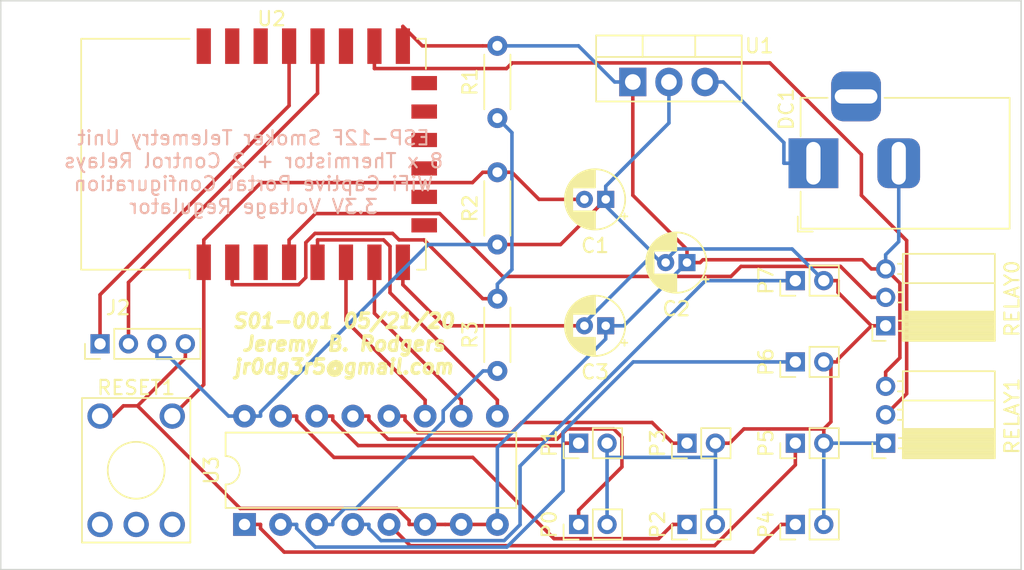
<source format=kicad_pcb>
(kicad_pcb (version 20171130) (host pcbnew "(5.1.5-0-10_14)")

  (general
    (thickness 1.6)
    (drawings 7)
    (tracks 222)
    (zones 0)
    (modules 26)
    (nets 33)
  )

  (page A4)
  (layers
    (0 F.Cu signal)
    (31 B.Cu signal)
    (32 B.Adhes user)
    (33 F.Adhes user)
    (34 B.Paste user)
    (35 F.Paste user)
    (36 B.SilkS user)
    (37 F.SilkS user)
    (38 B.Mask user)
    (39 F.Mask user)
    (40 Dwgs.User user)
    (41 Cmts.User user)
    (42 Eco1.User user)
    (43 Eco2.User user)
    (44 Edge.Cuts user)
    (45 Margin user)
    (46 B.CrtYd user)
    (47 F.CrtYd user)
    (48 B.Fab user)
    (49 F.Fab user)
  )

  (setup
    (last_trace_width 0.25)
    (trace_clearance 0.2)
    (zone_clearance 0.508)
    (zone_45_only no)
    (trace_min 0.2)
    (via_size 0.8)
    (via_drill 0.4)
    (via_min_size 0.4)
    (via_min_drill 0.3)
    (uvia_size 0.3)
    (uvia_drill 0.1)
    (uvias_allowed no)
    (uvia_min_size 0.2)
    (uvia_min_drill 0.1)
    (edge_width 0.1)
    (segment_width 0.2)
    (pcb_text_width 0.3)
    (pcb_text_size 1.5 1.5)
    (mod_edge_width 0.15)
    (mod_text_size 1 1)
    (mod_text_width 0.15)
    (pad_size 1.524 1.524)
    (pad_drill 0.762)
    (pad_to_mask_clearance 0)
    (aux_axis_origin 0 0)
    (visible_elements FFFFFF7F)
    (pcbplotparams
      (layerselection 0x010fc_ffffffff)
      (usegerberextensions false)
      (usegerberattributes false)
      (usegerberadvancedattributes false)
      (creategerberjobfile true)
      (excludeedgelayer true)
      (linewidth 0.100000)
      (plotframeref false)
      (viasonmask false)
      (mode 1)
      (useauxorigin false)
      (hpglpennumber 1)
      (hpglpenspeed 20)
      (hpglpendiameter 15.000000)
      (psnegative false)
      (psa4output false)
      (plotreference true)
      (plotvalue true)
      (plotinvisibletext false)
      (padsonsilk false)
      (subtractmaskfromsilk false)
      (outputformat 1)
      (mirror false)
      (drillshape 0)
      (scaleselection 1)
      (outputdirectory "Gerber/"))
  )

  (net 0 "")
  (net 1 "Net-(C1-Pad2)")
  (net 2 "Net-(C1-Pad1)")
  (net 3 "Net-(C2-Pad1)")
  (net 4 VCC)
  (net 5 "Net-(U2-Pad7)")
  (net 6 "Net-(U2-Pad6)")
  (net 7 "Net-(U2-Pad5)")
  (net 8 "Net-(J2-Pad1)")
  (net 9 "Net-(J2-Pad2)")
  (net 10 "Net-(R1-Pad1)")
  (net 11 "Net-(U2-Pad22)")
  (net 12 "Net-(U2-Pad21)")
  (net 13 "Net-(U2-Pad20)")
  (net 14 "Net-(U2-Pad17)")
  (net 15 "Net-(U2-Pad14)")
  (net 16 "Net-(U2-Pad13)")
  (net 17 "Net-(U2-Pad12)")
  (net 18 "Net-(U2-Pad11)")
  (net 19 "Net-(U2-Pad10)")
  (net 20 "Net-(U2-Pad9)")
  (net 21 "Net-(U2-Pad3)")
  (net 22 "Net-(P0-Pad1)")
  (net 23 "Net-(P1-Pad1)")
  (net 24 "Net-(P2-Pad1)")
  (net 25 "Net-(P3-Pad1)")
  (net 26 "Net-(P4-Pad1)")
  (net 27 "Net-(P5-Pad1)")
  (net 28 "Net-(P6-Pad1)")
  (net 29 "Net-(P7-Pad1)")
  (net 30 "Net-(R3-Pad1)")
  (net 31 "Net-(RELAY0-Pad2)")
  (net 32 "Net-(RELAY1-Pad2)")

  (net_class Default "This is the default net class."
    (clearance 0.2)
    (trace_width 0.25)
    (via_dia 0.8)
    (via_drill 0.4)
    (uvia_dia 0.3)
    (uvia_drill 0.1)
    (add_net "Net-(C1-Pad1)")
    (add_net "Net-(C1-Pad2)")
    (add_net "Net-(C2-Pad1)")
    (add_net "Net-(J2-Pad1)")
    (add_net "Net-(J2-Pad2)")
    (add_net "Net-(P0-Pad1)")
    (add_net "Net-(P1-Pad1)")
    (add_net "Net-(P2-Pad1)")
    (add_net "Net-(P3-Pad1)")
    (add_net "Net-(P4-Pad1)")
    (add_net "Net-(P5-Pad1)")
    (add_net "Net-(P6-Pad1)")
    (add_net "Net-(P7-Pad1)")
    (add_net "Net-(R1-Pad1)")
    (add_net "Net-(R3-Pad1)")
    (add_net "Net-(RELAY0-Pad2)")
    (add_net "Net-(RELAY1-Pad2)")
    (add_net "Net-(U2-Pad10)")
    (add_net "Net-(U2-Pad11)")
    (add_net "Net-(U2-Pad12)")
    (add_net "Net-(U2-Pad13)")
    (add_net "Net-(U2-Pad14)")
    (add_net "Net-(U2-Pad17)")
    (add_net "Net-(U2-Pad20)")
    (add_net "Net-(U2-Pad21)")
    (add_net "Net-(U2-Pad22)")
    (add_net "Net-(U2-Pad3)")
    (add_net "Net-(U2-Pad5)")
    (add_net "Net-(U2-Pad6)")
    (add_net "Net-(U2-Pad7)")
    (add_net "Net-(U2-Pad9)")
    (add_net VCC)
  )

  (module Resistor_THT:R_Axial_DIN0204_L3.6mm_D1.6mm_P5.08mm_Horizontal (layer F.Cu) (tedit 5AE5139B) (tstamp 5EC6DD97)
    (at 66.675 57.785 90)
    (descr "Resistor, Axial_DIN0204 series, Axial, Horizontal, pin pitch=5.08mm, 0.167W, length*diameter=3.6*1.6mm^2, http://cdn-reichelt.de/documents/datenblatt/B400/1_4W%23YAG.pdf")
    (tags "Resistor Axial_DIN0204 series Axial Horizontal pin pitch 5.08mm 0.167W length 3.6mm diameter 1.6mm")
    (path /5EC76026)
    (fp_text reference R3 (at 2.54 -1.92 90) (layer F.SilkS)
      (effects (font (size 1 1) (thickness 0.15)))
    )
    (fp_text value 220K (at 2.54 1.92 90) (layer F.Fab)
      (effects (font (size 1 1) (thickness 0.15)))
    )
    (fp_text user %R (at 2.54 0 90) (layer F.Fab)
      (effects (font (size 0.72 0.72) (thickness 0.108)))
    )
    (fp_line (start 6.03 -1.05) (end -0.95 -1.05) (layer F.CrtYd) (width 0.05))
    (fp_line (start 6.03 1.05) (end 6.03 -1.05) (layer F.CrtYd) (width 0.05))
    (fp_line (start -0.95 1.05) (end 6.03 1.05) (layer F.CrtYd) (width 0.05))
    (fp_line (start -0.95 -1.05) (end -0.95 1.05) (layer F.CrtYd) (width 0.05))
    (fp_line (start 0.62 0.92) (end 4.46 0.92) (layer F.SilkS) (width 0.12))
    (fp_line (start 0.62 -0.92) (end 4.46 -0.92) (layer F.SilkS) (width 0.12))
    (fp_line (start 5.08 0) (end 4.34 0) (layer F.Fab) (width 0.1))
    (fp_line (start 0 0) (end 0.74 0) (layer F.Fab) (width 0.1))
    (fp_line (start 4.34 -0.8) (end 0.74 -0.8) (layer F.Fab) (width 0.1))
    (fp_line (start 4.34 0.8) (end 4.34 -0.8) (layer F.Fab) (width 0.1))
    (fp_line (start 0.74 0.8) (end 4.34 0.8) (layer F.Fab) (width 0.1))
    (fp_line (start 0.74 -0.8) (end 0.74 0.8) (layer F.Fab) (width 0.1))
    (pad 2 thru_hole oval (at 5.08 0 90) (size 1.4 1.4) (drill 0.7) (layers *.Cu *.Mask)
      (net 10 "Net-(R1-Pad1)"))
    (pad 1 thru_hole circle (at 0 0 90) (size 1.4 1.4) (drill 0.7) (layers *.Cu *.Mask)
      (net 30 "Net-(R3-Pad1)"))
    (model ${KISYS3DMOD}/Resistor_THT.3dshapes/R_Axial_DIN0204_L3.6mm_D1.6mm_P5.08mm_Horizontal.wrl
      (at (xyz 0 0 0))
      (scale (xyz 1 1 1))
      (rotate (xyz 0 0 0))
    )
  )

  (module MountingHole:MountingHole_2.5mm (layer F.Cu) (tedit 56D1B4CB) (tstamp 5EC6D3E6)
    (at 100.33 68.58)
    (descr "Mounting Hole 2.5mm, no annular")
    (tags "mounting hole 2.5mm no annular")
    (path /5EC7767F)
    (attr virtual)
    (fp_text reference H4 (at 0 -3.5) (layer F.SilkS) hide
      (effects (font (size 1 1) (thickness 0.15)))
    )
    (fp_text value MountingHole (at 0 3.5) (layer F.Fab) hide
      (effects (font (size 1 1) (thickness 0.15)))
    )
    (fp_circle (center 0 0) (end 2.75 0) (layer F.CrtYd) (width 0.05))
    (fp_circle (center 0 0) (end 2.5 0) (layer Cmts.User) (width 0.15))
    (fp_text user %R (at 0.3 0) (layer F.Fab)
      (effects (font (size 1 1) (thickness 0.15)))
    )
    (pad 1 np_thru_hole circle (at 0 0) (size 2.5 2.5) (drill 2.5) (layers *.Cu *.Mask))
  )

  (module MountingHole:MountingHole_2.5mm (layer F.Cu) (tedit 56D1B4CB) (tstamp 5EC6D3DE)
    (at 100.33 34.925 180)
    (descr "Mounting Hole 2.5mm, no annular")
    (tags "mounting hole 2.5mm no annular")
    (path /5EC7729F)
    (attr virtual)
    (fp_text reference H3 (at 0 -3.5) (layer F.SilkS) hide
      (effects (font (size 1 1) (thickness 0.15)))
    )
    (fp_text value MountingHole (at 0 3.5) (layer F.Fab) hide
      (effects (font (size 1 1) (thickness 0.15)))
    )
    (fp_circle (center 0 0) (end 2.75 0) (layer F.CrtYd) (width 0.05))
    (fp_circle (center 0 0) (end 2.5 0) (layer Cmts.User) (width 0.15))
    (fp_text user %R (at 0.3 0) (layer F.Fab)
      (effects (font (size 1 1) (thickness 0.15)))
    )
    (pad 1 np_thru_hole circle (at 0 0 180) (size 2.5 2.5) (drill 2.5) (layers *.Cu *.Mask))
  )

  (module Connector_BarrelJack:BarrelJack_Horizontal (layer F.Cu) (tedit 5A1DBF6A) (tstamp 5EC70347)
    (at 88.9 43.18 180)
    (descr "DC Barrel Jack")
    (tags "Power Jack")
    (path /5ED2AD57)
    (fp_text reference DC1 (at 1.905 3.81 270) (layer F.SilkS)
      (effects (font (size 1 1) (thickness 0.15)))
    )
    (fp_text value DC (at -6.2 5.715) (layer F.Fab)
      (effects (font (size 1 1) (thickness 0.15)))
    )
    (fp_line (start 0 -4.5) (end -13.7 -4.5) (layer F.Fab) (width 0.1))
    (fp_line (start 0.8 4.5) (end 0.8 -3.75) (layer F.Fab) (width 0.1))
    (fp_line (start -13.7 4.5) (end 0.8 4.5) (layer F.Fab) (width 0.1))
    (fp_line (start -13.7 -4.5) (end -13.7 4.5) (layer F.Fab) (width 0.1))
    (fp_line (start -10.2 -4.5) (end -10.2 4.5) (layer F.Fab) (width 0.1))
    (fp_line (start 0.9 -4.6) (end 0.9 -2) (layer F.SilkS) (width 0.12))
    (fp_line (start -13.8 -4.6) (end 0.9 -4.6) (layer F.SilkS) (width 0.12))
    (fp_line (start 0.9 4.6) (end -1 4.6) (layer F.SilkS) (width 0.12))
    (fp_line (start 0.9 1.9) (end 0.9 4.6) (layer F.SilkS) (width 0.12))
    (fp_line (start -13.8 4.6) (end -13.8 -4.6) (layer F.SilkS) (width 0.12))
    (fp_line (start -5 4.6) (end -13.8 4.6) (layer F.SilkS) (width 0.12))
    (fp_line (start -14 4.75) (end -14 -4.75) (layer F.CrtYd) (width 0.05))
    (fp_line (start -5 4.75) (end -14 4.75) (layer F.CrtYd) (width 0.05))
    (fp_line (start -5 6.75) (end -5 4.75) (layer F.CrtYd) (width 0.05))
    (fp_line (start -1 6.75) (end -5 6.75) (layer F.CrtYd) (width 0.05))
    (fp_line (start -1 4.75) (end -1 6.75) (layer F.CrtYd) (width 0.05))
    (fp_line (start 1 4.75) (end -1 4.75) (layer F.CrtYd) (width 0.05))
    (fp_line (start 1 2) (end 1 4.75) (layer F.CrtYd) (width 0.05))
    (fp_line (start 2 2) (end 1 2) (layer F.CrtYd) (width 0.05))
    (fp_line (start 2 -2) (end 2 2) (layer F.CrtYd) (width 0.05))
    (fp_line (start 1 -2) (end 2 -2) (layer F.CrtYd) (width 0.05))
    (fp_line (start 1 -4.5) (end 1 -2) (layer F.CrtYd) (width 0.05))
    (fp_line (start 1 -4.75) (end -14 -4.75) (layer F.CrtYd) (width 0.05))
    (fp_line (start 1 -4.5) (end 1 -4.75) (layer F.CrtYd) (width 0.05))
    (fp_line (start 0.05 -4.8) (end 1.1 -4.8) (layer F.SilkS) (width 0.12))
    (fp_line (start 1.1 -3.75) (end 1.1 -4.8) (layer F.SilkS) (width 0.12))
    (fp_line (start -0.003213 -4.505425) (end 0.8 -3.75) (layer F.Fab) (width 0.1))
    (fp_text user %R (at -3 -2.95) (layer F.Fab)
      (effects (font (size 1 1) (thickness 0.15)))
    )
    (pad 3 thru_hole roundrect (at -3 4.7 180) (size 3.5 3.5) (drill oval 3 1) (layers *.Cu *.Mask) (roundrect_rratio 0.25))
    (pad 2 thru_hole roundrect (at -6 0 180) (size 3 3.5) (drill oval 1 3) (layers *.Cu *.Mask) (roundrect_rratio 0.25)
      (net 3 "Net-(C2-Pad1)"))
    (pad 1 thru_hole rect (at 0 0 180) (size 3.5 3.5) (drill oval 1 3) (layers *.Cu *.Mask)
      (net 4 VCC))
    (model ${KISYS3DMOD}/Connector_BarrelJack.3dshapes/BarrelJack_Horizontal.wrl
      (at (xyz 0 0 0))
      (scale (xyz 1 1 1))
      (rotate (xyz 0 0 0))
    )
  )

  (module Connector_PinHeader_2.00mm:PinHeader_1x02_P2.00mm_Vertical (layer F.Cu) (tedit 59FED667) (tstamp 5EC6CEB1)
    (at 87.63 51.435 90)
    (descr "Through hole straight pin header, 1x02, 2.00mm pitch, single row")
    (tags "Through hole pin header THT 1x02 2.00mm single row")
    (path /5ECA6122)
    (fp_text reference P7 (at 0 -2.06 90) (layer F.SilkS)
      (effects (font (size 1 1) (thickness 0.15)))
    )
    (fp_text value "Probe 7" (at 2.54 -0.635 180) (layer F.Fab)
      (effects (font (size 1 1) (thickness 0.15)))
    )
    (fp_text user %R (at 0 1) (layer F.Fab)
      (effects (font (size 1 1) (thickness 0.15)))
    )
    (fp_line (start 1.5 -1.5) (end -1.5 -1.5) (layer F.CrtYd) (width 0.05))
    (fp_line (start 1.5 3.5) (end 1.5 -1.5) (layer F.CrtYd) (width 0.05))
    (fp_line (start -1.5 3.5) (end 1.5 3.5) (layer F.CrtYd) (width 0.05))
    (fp_line (start -1.5 -1.5) (end -1.5 3.5) (layer F.CrtYd) (width 0.05))
    (fp_line (start -1.06 -1.06) (end 0 -1.06) (layer F.SilkS) (width 0.12))
    (fp_line (start -1.06 0) (end -1.06 -1.06) (layer F.SilkS) (width 0.12))
    (fp_line (start -1.06 1) (end 1.06 1) (layer F.SilkS) (width 0.12))
    (fp_line (start 1.06 1) (end 1.06 3.06) (layer F.SilkS) (width 0.12))
    (fp_line (start -1.06 1) (end -1.06 3.06) (layer F.SilkS) (width 0.12))
    (fp_line (start -1.06 3.06) (end 1.06 3.06) (layer F.SilkS) (width 0.12))
    (fp_line (start -1 -0.5) (end -0.5 -1) (layer F.Fab) (width 0.1))
    (fp_line (start -1 3) (end -1 -0.5) (layer F.Fab) (width 0.1))
    (fp_line (start 1 3) (end -1 3) (layer F.Fab) (width 0.1))
    (fp_line (start 1 -1) (end 1 3) (layer F.Fab) (width 0.1))
    (fp_line (start -0.5 -1) (end 1 -1) (layer F.Fab) (width 0.1))
    (pad 2 thru_hole oval (at 0 2 90) (size 1.35 1.35) (drill 0.8) (layers *.Cu *.Mask)
      (net 2 "Net-(C1-Pad1)"))
    (pad 1 thru_hole rect (at 0 0 90) (size 1.35 1.35) (drill 0.8) (layers *.Cu *.Mask)
      (net 29 "Net-(P7-Pad1)"))
    (model ${KISYS3DMOD}/Connector_PinHeader_2.00mm.3dshapes/PinHeader_1x02_P2.00mm_Vertical.wrl
      (at (xyz 0 0 0))
      (scale (xyz 1 1 1))
      (rotate (xyz 0 0 0))
    )
  )

  (module Connector_PinHeader_2.00mm:PinHeader_1x02_P2.00mm_Vertical (layer F.Cu) (tedit 59FED667) (tstamp 5EC6A01E)
    (at 87.63 57.15 90)
    (descr "Through hole straight pin header, 1x02, 2.00mm pitch, single row")
    (tags "Through hole pin header THT 1x02 2.00mm single row")
    (path /5ECA573F)
    (fp_text reference P6 (at 0 -2.06 90) (layer F.SilkS)
      (effects (font (size 1 1) (thickness 0.15)))
    )
    (fp_text value "Probe 6" (at 2.54 -0.635 180) (layer F.Fab)
      (effects (font (size 1 1) (thickness 0.15)))
    )
    (fp_text user %R (at 0 1) (layer F.Fab)
      (effects (font (size 1 1) (thickness 0.15)))
    )
    (fp_line (start 1.5 -1.5) (end -1.5 -1.5) (layer F.CrtYd) (width 0.05))
    (fp_line (start 1.5 3.5) (end 1.5 -1.5) (layer F.CrtYd) (width 0.05))
    (fp_line (start -1.5 3.5) (end 1.5 3.5) (layer F.CrtYd) (width 0.05))
    (fp_line (start -1.5 -1.5) (end -1.5 3.5) (layer F.CrtYd) (width 0.05))
    (fp_line (start -1.06 -1.06) (end 0 -1.06) (layer F.SilkS) (width 0.12))
    (fp_line (start -1.06 0) (end -1.06 -1.06) (layer F.SilkS) (width 0.12))
    (fp_line (start -1.06 1) (end 1.06 1) (layer F.SilkS) (width 0.12))
    (fp_line (start 1.06 1) (end 1.06 3.06) (layer F.SilkS) (width 0.12))
    (fp_line (start -1.06 1) (end -1.06 3.06) (layer F.SilkS) (width 0.12))
    (fp_line (start -1.06 3.06) (end 1.06 3.06) (layer F.SilkS) (width 0.12))
    (fp_line (start -1 -0.5) (end -0.5 -1) (layer F.Fab) (width 0.1))
    (fp_line (start -1 3) (end -1 -0.5) (layer F.Fab) (width 0.1))
    (fp_line (start 1 3) (end -1 3) (layer F.Fab) (width 0.1))
    (fp_line (start 1 -1) (end 1 3) (layer F.Fab) (width 0.1))
    (fp_line (start -0.5 -1) (end 1 -1) (layer F.Fab) (width 0.1))
    (pad 2 thru_hole oval (at 0 2 90) (size 1.35 1.35) (drill 0.8) (layers *.Cu *.Mask)
      (net 2 "Net-(C1-Pad1)"))
    (pad 1 thru_hole rect (at 0 0 90) (size 1.35 1.35) (drill 0.8) (layers *.Cu *.Mask)
      (net 28 "Net-(P6-Pad1)"))
    (model ${KISYS3DMOD}/Connector_PinHeader_2.00mm.3dshapes/PinHeader_1x02_P2.00mm_Vertical.wrl
      (at (xyz 0 0 0))
      (scale (xyz 1 1 1))
      (rotate (xyz 0 0 0))
    )
  )

  (module Connector_PinHeader_2.00mm:PinHeader_1x02_P2.00mm_Vertical (layer F.Cu) (tedit 59FED667) (tstamp 5EC6A008)
    (at 87.63 62.865 90)
    (descr "Through hole straight pin header, 1x02, 2.00mm pitch, single row")
    (tags "Through hole pin header THT 1x02 2.00mm single row")
    (path /5ECA4D62)
    (fp_text reference P5 (at 0 -2.06 90) (layer F.SilkS)
      (effects (font (size 1 1) (thickness 0.15)))
    )
    (fp_text value "Probe 5" (at -3.175 -0.635 180) (layer F.Fab)
      (effects (font (size 1 1) (thickness 0.15)))
    )
    (fp_text user %R (at 0 1) (layer F.Fab)
      (effects (font (size 1 1) (thickness 0.15)))
    )
    (fp_line (start 1.5 -1.5) (end -1.5 -1.5) (layer F.CrtYd) (width 0.05))
    (fp_line (start 1.5 3.5) (end 1.5 -1.5) (layer F.CrtYd) (width 0.05))
    (fp_line (start -1.5 3.5) (end 1.5 3.5) (layer F.CrtYd) (width 0.05))
    (fp_line (start -1.5 -1.5) (end -1.5 3.5) (layer F.CrtYd) (width 0.05))
    (fp_line (start -1.06 -1.06) (end 0 -1.06) (layer F.SilkS) (width 0.12))
    (fp_line (start -1.06 0) (end -1.06 -1.06) (layer F.SilkS) (width 0.12))
    (fp_line (start -1.06 1) (end 1.06 1) (layer F.SilkS) (width 0.12))
    (fp_line (start 1.06 1) (end 1.06 3.06) (layer F.SilkS) (width 0.12))
    (fp_line (start -1.06 1) (end -1.06 3.06) (layer F.SilkS) (width 0.12))
    (fp_line (start -1.06 3.06) (end 1.06 3.06) (layer F.SilkS) (width 0.12))
    (fp_line (start -1 -0.5) (end -0.5 -1) (layer F.Fab) (width 0.1))
    (fp_line (start -1 3) (end -1 -0.5) (layer F.Fab) (width 0.1))
    (fp_line (start 1 3) (end -1 3) (layer F.Fab) (width 0.1))
    (fp_line (start 1 -1) (end 1 3) (layer F.Fab) (width 0.1))
    (fp_line (start -0.5 -1) (end 1 -1) (layer F.Fab) (width 0.1))
    (pad 2 thru_hole oval (at 0 2 90) (size 1.35 1.35) (drill 0.8) (layers *.Cu *.Mask)
      (net 2 "Net-(C1-Pad1)"))
    (pad 1 thru_hole rect (at 0 0 90) (size 1.35 1.35) (drill 0.8) (layers *.Cu *.Mask)
      (net 27 "Net-(P5-Pad1)"))
    (model ${KISYS3DMOD}/Connector_PinHeader_2.00mm.3dshapes/PinHeader_1x02_P2.00mm_Vertical.wrl
      (at (xyz 0 0 0))
      (scale (xyz 1 1 1))
      (rotate (xyz 0 0 0))
    )
  )

  (module Connector_PinHeader_2.00mm:PinHeader_1x02_P2.00mm_Vertical (layer F.Cu) (tedit 59FED667) (tstamp 5EC69FF2)
    (at 87.63 68.58 90)
    (descr "Through hole straight pin header, 1x02, 2.00mm pitch, single row")
    (tags "Through hole pin header THT 1x02 2.00mm single row")
    (path /5ECA3B74)
    (fp_text reference P4 (at 0 -2.06 90) (layer F.SilkS)
      (effects (font (size 1 1) (thickness 0.15)))
    )
    (fp_text value "Probe 4" (at 8.255 -0.635 180) (layer F.Fab)
      (effects (font (size 1 1) (thickness 0.15)))
    )
    (fp_text user %R (at 0 1) (layer F.Fab)
      (effects (font (size 1 1) (thickness 0.15)))
    )
    (fp_line (start 1.5 -1.5) (end -1.5 -1.5) (layer F.CrtYd) (width 0.05))
    (fp_line (start 1.5 3.5) (end 1.5 -1.5) (layer F.CrtYd) (width 0.05))
    (fp_line (start -1.5 3.5) (end 1.5 3.5) (layer F.CrtYd) (width 0.05))
    (fp_line (start -1.5 -1.5) (end -1.5 3.5) (layer F.CrtYd) (width 0.05))
    (fp_line (start -1.06 -1.06) (end 0 -1.06) (layer F.SilkS) (width 0.12))
    (fp_line (start -1.06 0) (end -1.06 -1.06) (layer F.SilkS) (width 0.12))
    (fp_line (start -1.06 1) (end 1.06 1) (layer F.SilkS) (width 0.12))
    (fp_line (start 1.06 1) (end 1.06 3.06) (layer F.SilkS) (width 0.12))
    (fp_line (start -1.06 1) (end -1.06 3.06) (layer F.SilkS) (width 0.12))
    (fp_line (start -1.06 3.06) (end 1.06 3.06) (layer F.SilkS) (width 0.12))
    (fp_line (start -1 -0.5) (end -0.5 -1) (layer F.Fab) (width 0.1))
    (fp_line (start -1 3) (end -1 -0.5) (layer F.Fab) (width 0.1))
    (fp_line (start 1 3) (end -1 3) (layer F.Fab) (width 0.1))
    (fp_line (start 1 -1) (end 1 3) (layer F.Fab) (width 0.1))
    (fp_line (start -0.5 -1) (end 1 -1) (layer F.Fab) (width 0.1))
    (pad 2 thru_hole oval (at 0 2 90) (size 1.35 1.35) (drill 0.8) (layers *.Cu *.Mask)
      (net 2 "Net-(C1-Pad1)"))
    (pad 1 thru_hole rect (at 0 0 90) (size 1.35 1.35) (drill 0.8) (layers *.Cu *.Mask)
      (net 26 "Net-(P4-Pad1)"))
    (model ${KISYS3DMOD}/Connector_PinHeader_2.00mm.3dshapes/PinHeader_1x02_P2.00mm_Vertical.wrl
      (at (xyz 0 0 0))
      (scale (xyz 1 1 1))
      (rotate (xyz 0 0 0))
    )
  )

  (module Connector_PinSocket_2.00mm:PinSocket_1x03_P2.00mm_Horizontal (layer F.Cu) (tedit 5A19A42F) (tstamp 5EC6A3C3)
    (at 93.98 54.61 180)
    (descr "Through hole angled socket strip, 1x03, 2.00mm pitch, 6.35mm socket length, single row (from Kicad 4.0.7), script generated")
    (tags "Through hole angled socket strip THT 1x03 2.00mm single row")
    (path /5EB5C7DD)
    (fp_text reference RELAY0 (at -8.89 1.905 270) (layer F.SilkS)
      (effects (font (size 1 1) (thickness 0.15)))
    )
    (fp_text value "Relay 0" (at -6.985 2.54 270) (layer F.Fab)
      (effects (font (size 1 1) (thickness 0.15)))
    )
    (fp_text user %R (at -4.445 2) (layer F.Fab)
      (effects (font (size 1 1) (thickness 0.15)))
    )
    (fp_line (start 1.5 5.5) (end 1.5 -1.5) (layer F.CrtYd) (width 0.05))
    (fp_line (start -8.15 5.5) (end 1.5 5.5) (layer F.CrtYd) (width 0.05))
    (fp_line (start -8.15 -1.5) (end -8.15 5.5) (layer F.CrtYd) (width 0.05))
    (fp_line (start 1.5 -1.5) (end -8.15 -1.5) (layer F.CrtYd) (width 0.05))
    (fp_line (start 0 -1.06) (end 0.935 -1.06) (layer F.SilkS) (width 0.12))
    (fp_line (start 0.935 -1.06) (end 0.935 0) (layer F.SilkS) (width 0.12))
    (fp_line (start -7.68 -1.06) (end -7.68 5.06) (layer F.SilkS) (width 0.12))
    (fp_line (start -7.68 5.06) (end -1.21 5.06) (layer F.SilkS) (width 0.12))
    (fp_line (start -1.21 -1.06) (end -1.21 5.06) (layer F.SilkS) (width 0.12))
    (fp_line (start -7.68 -1.06) (end -1.21 -1.06) (layer F.SilkS) (width 0.12))
    (fp_line (start -7.68 3) (end -1.21 3) (layer F.SilkS) (width 0.12))
    (fp_line (start -7.68 1) (end -1.21 1) (layer F.SilkS) (width 0.12))
    (fp_line (start -1.21 4.36) (end -0.862917 4.36) (layer F.SilkS) (width 0.12))
    (fp_line (start -1.21 3.64) (end -0.862917 3.64) (layer F.SilkS) (width 0.12))
    (fp_line (start -1.21 2.36) (end -0.862917 2.36) (layer F.SilkS) (width 0.12))
    (fp_line (start -1.21 1.64) (end -0.862917 1.64) (layer F.SilkS) (width 0.12))
    (fp_line (start -1.21 0.36) (end -0.935 0.36) (layer F.SilkS) (width 0.12))
    (fp_line (start -1.21 -0.36) (end -0.935 -0.36) (layer F.SilkS) (width 0.12))
    (fp_line (start -7.68 0.885888) (end -1.21 0.885888) (layer F.SilkS) (width 0.12))
    (fp_line (start -7.68 0.77177) (end -1.21 0.77177) (layer F.SilkS) (width 0.12))
    (fp_line (start -7.68 0.657652) (end -1.21 0.657652) (layer F.SilkS) (width 0.12))
    (fp_line (start -7.68 0.543534) (end -1.21 0.543534) (layer F.SilkS) (width 0.12))
    (fp_line (start -7.68 0.429416) (end -1.21 0.429416) (layer F.SilkS) (width 0.12))
    (fp_line (start -7.68 0.315298) (end -1.21 0.315298) (layer F.SilkS) (width 0.12))
    (fp_line (start -7.68 0.20118) (end -1.21 0.20118) (layer F.SilkS) (width 0.12))
    (fp_line (start -7.68 0.087062) (end -1.21 0.087062) (layer F.SilkS) (width 0.12))
    (fp_line (start -7.68 -0.027056) (end -1.21 -0.027056) (layer F.SilkS) (width 0.12))
    (fp_line (start -7.68 -0.141174) (end -1.21 -0.141174) (layer F.SilkS) (width 0.12))
    (fp_line (start -7.68 -0.255292) (end -1.21 -0.255292) (layer F.SilkS) (width 0.12))
    (fp_line (start -7.68 -0.36941) (end -1.21 -0.36941) (layer F.SilkS) (width 0.12))
    (fp_line (start -7.68 -0.483528) (end -1.21 -0.483528) (layer F.SilkS) (width 0.12))
    (fp_line (start -7.68 -0.597646) (end -1.21 -0.597646) (layer F.SilkS) (width 0.12))
    (fp_line (start -7.68 -0.711764) (end -1.21 -0.711764) (layer F.SilkS) (width 0.12))
    (fp_line (start -7.68 -0.825882) (end -1.21 -0.825882) (layer F.SilkS) (width 0.12))
    (fp_line (start -7.68 -0.94) (end -1.21 -0.94) (layer F.SilkS) (width 0.12))
    (fp_line (start 0 4.3) (end 0 3.7) (layer F.Fab) (width 0.1))
    (fp_line (start -1.27 4.3) (end 0 4.3) (layer F.Fab) (width 0.1))
    (fp_line (start 0 3.7) (end -1.27 3.7) (layer F.Fab) (width 0.1))
    (fp_line (start 0 2.3) (end 0 1.7) (layer F.Fab) (width 0.1))
    (fp_line (start -1.27 2.3) (end 0 2.3) (layer F.Fab) (width 0.1))
    (fp_line (start 0 1.7) (end -1.27 1.7) (layer F.Fab) (width 0.1))
    (fp_line (start 0 0.3) (end 0 -0.3) (layer F.Fab) (width 0.1))
    (fp_line (start -1.27 0.3) (end 0 0.3) (layer F.Fab) (width 0.1))
    (fp_line (start 0 -0.3) (end -1.27 -0.3) (layer F.Fab) (width 0.1))
    (fp_line (start -7.62 5) (end -7.62 -1) (layer F.Fab) (width 0.1))
    (fp_line (start -1.27 5) (end -7.62 5) (layer F.Fab) (width 0.1))
    (fp_line (start -1.27 -0.3) (end -1.27 5) (layer F.Fab) (width 0.1))
    (fp_line (start -1.97 -1) (end -1.27 -0.3) (layer F.Fab) (width 0.1))
    (fp_line (start -7.62 -1) (end -1.97 -1) (layer F.Fab) (width 0.1))
    (pad 3 thru_hole oval (at 0 4 180) (size 1.35 1.35) (drill 0.8) (layers *.Cu *.Mask)
      (net 3 "Net-(C2-Pad1)"))
    (pad 2 thru_hole oval (at 0 2 180) (size 1.35 1.35) (drill 0.8) (layers *.Cu *.Mask)
      (net 31 "Net-(RELAY0-Pad2)"))
    (pad 1 thru_hole rect (at 0 0 180) (size 1.35 1.35) (drill 0.8) (layers *.Cu *.Mask)
      (net 2 "Net-(C1-Pad1)"))
    (model ${KISYS3DMOD}/Connector_PinSocket_2.00mm.3dshapes/PinSocket_1x03_P2.00mm_Horizontal.wrl
      (at (xyz 0 0 0))
      (scale (xyz 1 1 1))
      (rotate (xyz 0 0 0))
    )
  )

  (module Connector_PinSocket_2.00mm:PinSocket_1x03_P2.00mm_Horizontal (layer F.Cu) (tedit 5A19A42F) (tstamp 5EC6A4B9)
    (at 93.98 62.865 180)
    (descr "Through hole angled socket strip, 1x03, 2.00mm pitch, 6.35mm socket length, single row (from Kicad 4.0.7), script generated")
    (tags "Through hole angled socket strip THT 1x03 2.00mm single row")
    (path /5ECCCE14)
    (fp_text reference RELAY1 (at -8.89 1.905 270) (layer F.SilkS)
      (effects (font (size 1 1) (thickness 0.15)))
    )
    (fp_text value "Relay 1" (at -6.985 2.54 270) (layer F.Fab)
      (effects (font (size 1 1) (thickness 0.15)))
    )
    (fp_text user %R (at -4.445 2) (layer F.Fab)
      (effects (font (size 1 1) (thickness 0.15)))
    )
    (fp_line (start 1.5 5.5) (end 1.5 -1.5) (layer F.CrtYd) (width 0.05))
    (fp_line (start -8.15 5.5) (end 1.5 5.5) (layer F.CrtYd) (width 0.05))
    (fp_line (start -8.15 -1.5) (end -8.15 5.5) (layer F.CrtYd) (width 0.05))
    (fp_line (start 1.5 -1.5) (end -8.15 -1.5) (layer F.CrtYd) (width 0.05))
    (fp_line (start 0 -1.06) (end 0.935 -1.06) (layer F.SilkS) (width 0.12))
    (fp_line (start 0.935 -1.06) (end 0.935 0) (layer F.SilkS) (width 0.12))
    (fp_line (start -7.68 -1.06) (end -7.68 5.06) (layer F.SilkS) (width 0.12))
    (fp_line (start -7.68 5.06) (end -1.21 5.06) (layer F.SilkS) (width 0.12))
    (fp_line (start -1.21 -1.06) (end -1.21 5.06) (layer F.SilkS) (width 0.12))
    (fp_line (start -7.68 -1.06) (end -1.21 -1.06) (layer F.SilkS) (width 0.12))
    (fp_line (start -7.68 3) (end -1.21 3) (layer F.SilkS) (width 0.12))
    (fp_line (start -7.68 1) (end -1.21 1) (layer F.SilkS) (width 0.12))
    (fp_line (start -1.21 4.36) (end -0.862917 4.36) (layer F.SilkS) (width 0.12))
    (fp_line (start -1.21 3.64) (end -0.862917 3.64) (layer F.SilkS) (width 0.12))
    (fp_line (start -1.21 2.36) (end -0.862917 2.36) (layer F.SilkS) (width 0.12))
    (fp_line (start -1.21 1.64) (end -0.862917 1.64) (layer F.SilkS) (width 0.12))
    (fp_line (start -1.21 0.36) (end -0.935 0.36) (layer F.SilkS) (width 0.12))
    (fp_line (start -1.21 -0.36) (end -0.935 -0.36) (layer F.SilkS) (width 0.12))
    (fp_line (start -7.68 0.885888) (end -1.21 0.885888) (layer F.SilkS) (width 0.12))
    (fp_line (start -7.68 0.77177) (end -1.21 0.77177) (layer F.SilkS) (width 0.12))
    (fp_line (start -7.68 0.657652) (end -1.21 0.657652) (layer F.SilkS) (width 0.12))
    (fp_line (start -7.68 0.543534) (end -1.21 0.543534) (layer F.SilkS) (width 0.12))
    (fp_line (start -7.68 0.429416) (end -1.21 0.429416) (layer F.SilkS) (width 0.12))
    (fp_line (start -7.68 0.315298) (end -1.21 0.315298) (layer F.SilkS) (width 0.12))
    (fp_line (start -7.68 0.20118) (end -1.21 0.20118) (layer F.SilkS) (width 0.12))
    (fp_line (start -7.68 0.087062) (end -1.21 0.087062) (layer F.SilkS) (width 0.12))
    (fp_line (start -7.68 -0.027056) (end -1.21 -0.027056) (layer F.SilkS) (width 0.12))
    (fp_line (start -7.68 -0.141174) (end -1.21 -0.141174) (layer F.SilkS) (width 0.12))
    (fp_line (start -7.68 -0.255292) (end -1.21 -0.255292) (layer F.SilkS) (width 0.12))
    (fp_line (start -7.68 -0.36941) (end -1.21 -0.36941) (layer F.SilkS) (width 0.12))
    (fp_line (start -7.68 -0.483528) (end -1.21 -0.483528) (layer F.SilkS) (width 0.12))
    (fp_line (start -7.68 -0.597646) (end -1.21 -0.597646) (layer F.SilkS) (width 0.12))
    (fp_line (start -7.68 -0.711764) (end -1.21 -0.711764) (layer F.SilkS) (width 0.12))
    (fp_line (start -7.68 -0.825882) (end -1.21 -0.825882) (layer F.SilkS) (width 0.12))
    (fp_line (start -7.68 -0.94) (end -1.21 -0.94) (layer F.SilkS) (width 0.12))
    (fp_line (start 0 4.3) (end 0 3.7) (layer F.Fab) (width 0.1))
    (fp_line (start -1.27 4.3) (end 0 4.3) (layer F.Fab) (width 0.1))
    (fp_line (start 0 3.7) (end -1.27 3.7) (layer F.Fab) (width 0.1))
    (fp_line (start 0 2.3) (end 0 1.7) (layer F.Fab) (width 0.1))
    (fp_line (start -1.27 2.3) (end 0 2.3) (layer F.Fab) (width 0.1))
    (fp_line (start 0 1.7) (end -1.27 1.7) (layer F.Fab) (width 0.1))
    (fp_line (start 0 0.3) (end 0 -0.3) (layer F.Fab) (width 0.1))
    (fp_line (start -1.27 0.3) (end 0 0.3) (layer F.Fab) (width 0.1))
    (fp_line (start 0 -0.3) (end -1.27 -0.3) (layer F.Fab) (width 0.1))
    (fp_line (start -7.62 5) (end -7.62 -1) (layer F.Fab) (width 0.1))
    (fp_line (start -1.27 5) (end -7.62 5) (layer F.Fab) (width 0.1))
    (fp_line (start -1.27 -0.3) (end -1.27 5) (layer F.Fab) (width 0.1))
    (fp_line (start -1.97 -1) (end -1.27 -0.3) (layer F.Fab) (width 0.1))
    (fp_line (start -7.62 -1) (end -1.97 -1) (layer F.Fab) (width 0.1))
    (pad 3 thru_hole oval (at 0 4 180) (size 1.35 1.35) (drill 0.8) (layers *.Cu *.Mask)
      (net 3 "Net-(C2-Pad1)"))
    (pad 2 thru_hole oval (at 0 2 180) (size 1.35 1.35) (drill 0.8) (layers *.Cu *.Mask)
      (net 32 "Net-(RELAY1-Pad2)"))
    (pad 1 thru_hole rect (at 0 0 180) (size 1.35 1.35) (drill 0.8) (layers *.Cu *.Mask)
      (net 2 "Net-(C1-Pad1)"))
    (model ${KISYS3DMOD}/Connector_PinSocket_2.00mm.3dshapes/PinSocket_1x03_P2.00mm_Horizontal.wrl
      (at (xyz 0 0 0))
      (scale (xyz 1 1 1))
      (rotate (xyz 0 0 0))
    )
  )

  (module MountingHole:MountingHole_2.5mm (layer F.Cu) (tedit 56D1B4CB) (tstamp 5EC6D3D6)
    (at 34.925 68.58)
    (descr "Mounting Hole 2.5mm, no annular")
    (tags "mounting hole 2.5mm no annular")
    (path /5EC76DF3)
    (attr virtual)
    (fp_text reference H2 (at 0 -3.5) (layer F.SilkS) hide
      (effects (font (size 1 1) (thickness 0.15)))
    )
    (fp_text value MountingHole (at 0 3.5) (layer F.Fab) hide
      (effects (font (size 1 1) (thickness 0.15)))
    )
    (fp_circle (center 0 0) (end 2.75 0) (layer F.CrtYd) (width 0.05))
    (fp_circle (center 0 0) (end 2.5 0) (layer Cmts.User) (width 0.15))
    (fp_text user %R (at 0.3 0) (layer F.Fab)
      (effects (font (size 1 1) (thickness 0.15)))
    )
    (pad 1 np_thru_hole circle (at 0 0) (size 2.5 2.5) (drill 2.5) (layers *.Cu *.Mask))
  )

  (module MountingHole:MountingHole_2.5mm (layer F.Cu) (tedit 56D1B4CB) (tstamp 5EC6D3CE)
    (at 34.925 34.925 180)
    (descr "Mounting Hole 2.5mm, no annular")
    (tags "mounting hole 2.5mm no annular")
    (path /5EC76A18)
    (attr virtual)
    (fp_text reference H1 (at 0 -3.5 180) (layer F.SilkS) hide
      (effects (font (size 1 1) (thickness 0.15)))
    )
    (fp_text value MountingHole (at 0 3.5) (layer F.Fab) hide
      (effects (font (size 1 1) (thickness 0.15)))
    )
    (fp_circle (center 0 0) (end 2.75 0) (layer F.CrtYd) (width 0.05))
    (fp_circle (center 0 0) (end 2.5 0) (layer Cmts.User) (width 0.15))
    (fp_text user %R (at 0.3 0) (layer F.Fab)
      (effects (font (size 1 1) (thickness 0.15)))
    )
    (pad 1 np_thru_hole circle (at 0 0 180) (size 2.5 2.5) (drill 2.5) (layers *.Cu *.Mask))
  )

  (module Connector_PinHeader_2.00mm:PinHeader_1x02_P2.00mm_Vertical (layer F.Cu) (tedit 59FED667) (tstamp 5EC69FC6)
    (at 80.01 62.865 90)
    (descr "Through hole straight pin header, 1x02, 2.00mm pitch, single row")
    (tags "Through hole pin header THT 1x02 2.00mm single row")
    (path /5EBD5059)
    (fp_text reference P3 (at 0 -2.06 270) (layer F.SilkS)
      (effects (font (size 1 1) (thickness 0.15)))
    )
    (fp_text value "Probe 3" (at 2.54 -7.62 180) (layer F.Fab)
      (effects (font (size 1 1) (thickness 0.15)))
    )
    (fp_text user %R (at 0 1) (layer F.Fab)
      (effects (font (size 1 1) (thickness 0.15)))
    )
    (fp_line (start 1.5 -1.5) (end -1.5 -1.5) (layer F.CrtYd) (width 0.05))
    (fp_line (start 1.5 3.5) (end 1.5 -1.5) (layer F.CrtYd) (width 0.05))
    (fp_line (start -1.5 3.5) (end 1.5 3.5) (layer F.CrtYd) (width 0.05))
    (fp_line (start -1.5 -1.5) (end -1.5 3.5) (layer F.CrtYd) (width 0.05))
    (fp_line (start -1.06 -1.06) (end 0 -1.06) (layer F.SilkS) (width 0.12))
    (fp_line (start -1.06 0) (end -1.06 -1.06) (layer F.SilkS) (width 0.12))
    (fp_line (start -1.06 1) (end 1.06 1) (layer F.SilkS) (width 0.12))
    (fp_line (start 1.06 1) (end 1.06 3.06) (layer F.SilkS) (width 0.12))
    (fp_line (start -1.06 1) (end -1.06 3.06) (layer F.SilkS) (width 0.12))
    (fp_line (start -1.06 3.06) (end 1.06 3.06) (layer F.SilkS) (width 0.12))
    (fp_line (start -1 -0.5) (end -0.5 -1) (layer F.Fab) (width 0.1))
    (fp_line (start -1 3) (end -1 -0.5) (layer F.Fab) (width 0.1))
    (fp_line (start 1 3) (end -1 3) (layer F.Fab) (width 0.1))
    (fp_line (start 1 -1) (end 1 3) (layer F.Fab) (width 0.1))
    (fp_line (start -0.5 -1) (end 1 -1) (layer F.Fab) (width 0.1))
    (pad 2 thru_hole oval (at 0 2 90) (size 1.35 1.35) (drill 0.8) (layers *.Cu *.Mask)
      (net 2 "Net-(C1-Pad1)"))
    (pad 1 thru_hole rect (at 0 0 90) (size 1.35 1.35) (drill 0.8) (layers *.Cu *.Mask)
      (net 25 "Net-(P3-Pad1)"))
    (model ${KISYS3DMOD}/Connector_PinHeader_2.00mm.3dshapes/PinHeader_1x02_P2.00mm_Vertical.wrl
      (at (xyz 0 0 0))
      (scale (xyz 1 1 1))
      (rotate (xyz 0 0 0))
    )
  )

  (module Connector_PinHeader_2.00mm:PinHeader_1x02_P2.00mm_Vertical (layer F.Cu) (tedit 59FED667) (tstamp 5EC6CE47)
    (at 80.01 68.58 90)
    (descr "Through hole straight pin header, 1x02, 2.00mm pitch, single row")
    (tags "Through hole pin header THT 1x02 2.00mm single row")
    (path /5EBD4A45)
    (fp_text reference P2 (at 0 -2.06 90) (layer F.SilkS)
      (effects (font (size 1 1) (thickness 0.15)))
    )
    (fp_text value "Probe 2" (at 8.255 -0.635 180) (layer F.Fab)
      (effects (font (size 1 1) (thickness 0.15)))
    )
    (fp_text user %R (at 0 1) (layer F.Fab)
      (effects (font (size 1 1) (thickness 0.15)))
    )
    (fp_line (start 1.5 -1.5) (end -1.5 -1.5) (layer F.CrtYd) (width 0.05))
    (fp_line (start 1.5 3.5) (end 1.5 -1.5) (layer F.CrtYd) (width 0.05))
    (fp_line (start -1.5 3.5) (end 1.5 3.5) (layer F.CrtYd) (width 0.05))
    (fp_line (start -1.5 -1.5) (end -1.5 3.5) (layer F.CrtYd) (width 0.05))
    (fp_line (start -1.06 -1.06) (end 0 -1.06) (layer F.SilkS) (width 0.12))
    (fp_line (start -1.06 0) (end -1.06 -1.06) (layer F.SilkS) (width 0.12))
    (fp_line (start -1.06 1) (end 1.06 1) (layer F.SilkS) (width 0.12))
    (fp_line (start 1.06 1) (end 1.06 3.06) (layer F.SilkS) (width 0.12))
    (fp_line (start -1.06 1) (end -1.06 3.06) (layer F.SilkS) (width 0.12))
    (fp_line (start -1.06 3.06) (end 1.06 3.06) (layer F.SilkS) (width 0.12))
    (fp_line (start -1 -0.5) (end -0.5 -1) (layer F.Fab) (width 0.1))
    (fp_line (start -1 3) (end -1 -0.5) (layer F.Fab) (width 0.1))
    (fp_line (start 1 3) (end -1 3) (layer F.Fab) (width 0.1))
    (fp_line (start 1 -1) (end 1 3) (layer F.Fab) (width 0.1))
    (fp_line (start -0.5 -1) (end 1 -1) (layer F.Fab) (width 0.1))
    (pad 2 thru_hole oval (at 0 2 90) (size 1.35 1.35) (drill 0.8) (layers *.Cu *.Mask)
      (net 2 "Net-(C1-Pad1)"))
    (pad 1 thru_hole rect (at 0 0 90) (size 1.35 1.35) (drill 0.8) (layers *.Cu *.Mask)
      (net 24 "Net-(P2-Pad1)"))
    (model ${KISYS3DMOD}/Connector_PinHeader_2.00mm.3dshapes/PinHeader_1x02_P2.00mm_Vertical.wrl
      (at (xyz 0 0 0))
      (scale (xyz 1 1 1))
      (rotate (xyz 0 0 0))
    )
  )

  (module Connector_PinHeader_2.00mm:PinHeader_1x04_P2.00mm_Vertical (layer F.Cu) (tedit 59FED667) (tstamp 5EB5DE0F)
    (at 38.735 55.88 90)
    (descr "Through hole straight pin header, 1x04, 2.00mm pitch, single row")
    (tags "Through hole pin header THT 1x04 2.00mm single row")
    (path /5ECD86F3)
    (fp_text reference J2 (at 2.54 1.27) (layer F.SilkS)
      (effects (font (size 1 1) (thickness 0.15)))
    )
    (fp_text value "I2C LCD" (at 0 10.795 180) (layer F.Fab)
      (effects (font (size 1 1) (thickness 0.15)))
    )
    (fp_text user %R (at 0 3) (layer F.Fab)
      (effects (font (size 1 1) (thickness 0.15)))
    )
    (fp_line (start 1.5 -1.5) (end -1.5 -1.5) (layer F.CrtYd) (width 0.05))
    (fp_line (start 1.5 7.5) (end 1.5 -1.5) (layer F.CrtYd) (width 0.05))
    (fp_line (start -1.5 7.5) (end 1.5 7.5) (layer F.CrtYd) (width 0.05))
    (fp_line (start -1.5 -1.5) (end -1.5 7.5) (layer F.CrtYd) (width 0.05))
    (fp_line (start -1.06 -1.06) (end 0 -1.06) (layer F.SilkS) (width 0.12))
    (fp_line (start -1.06 0) (end -1.06 -1.06) (layer F.SilkS) (width 0.12))
    (fp_line (start -1.06 1) (end 1.06 1) (layer F.SilkS) (width 0.12))
    (fp_line (start 1.06 1) (end 1.06 7.06) (layer F.SilkS) (width 0.12))
    (fp_line (start -1.06 1) (end -1.06 7.06) (layer F.SilkS) (width 0.12))
    (fp_line (start -1.06 7.06) (end 1.06 7.06) (layer F.SilkS) (width 0.12))
    (fp_line (start -1 -0.5) (end -0.5 -1) (layer F.Fab) (width 0.1))
    (fp_line (start -1 7) (end -1 -0.5) (layer F.Fab) (width 0.1))
    (fp_line (start 1 7) (end -1 7) (layer F.Fab) (width 0.1))
    (fp_line (start 1 -1) (end 1 7) (layer F.Fab) (width 0.1))
    (fp_line (start -0.5 -1) (end 1 -1) (layer F.Fab) (width 0.1))
    (pad 4 thru_hole oval (at 0 6 90) (size 1.35 1.35) (drill 0.8) (layers *.Cu *.Mask)
      (net 3 "Net-(C2-Pad1)"))
    (pad 3 thru_hole oval (at 0 4 90) (size 1.35 1.35) (drill 0.8) (layers *.Cu *.Mask)
      (net 2 "Net-(C1-Pad1)"))
    (pad 2 thru_hole oval (at 0 2 90) (size 1.35 1.35) (drill 0.8) (layers *.Cu *.Mask)
      (net 9 "Net-(J2-Pad2)"))
    (pad 1 thru_hole rect (at 0 0 90) (size 1.35 1.35) (drill 0.8) (layers *.Cu *.Mask)
      (net 8 "Net-(J2-Pad1)"))
    (model ${KISYS3DMOD}/Connector_PinHeader_2.00mm.3dshapes/PinHeader_1x04_P2.00mm_Vertical.wrl
      (at (xyz 0 0 0))
      (scale (xyz 1 1 1))
      (rotate (xyz 0 0 0))
    )
  )

  (module Resistor_THT:R_Axial_DIN0204_L3.6mm_D1.6mm_P5.08mm_Horizontal (layer F.Cu) (tedit 5AE5139B) (tstamp 5EC6A04B)
    (at 66.675 48.895 90)
    (descr "Resistor, Axial_DIN0204 series, Axial, Horizontal, pin pitch=5.08mm, 0.167W, length*diameter=3.6*1.6mm^2, http://cdn-reichelt.de/documents/datenblatt/B400/1_4W%23YAG.pdf")
    (tags "Resistor Axial_DIN0204 series Axial Horizontal pin pitch 5.08mm 0.167W length 3.6mm diameter 1.6mm")
    (path /5EB66AF0)
    (fp_text reference R2 (at 2.54 -1.92 90) (layer F.SilkS)
      (effects (font (size 1 1) (thickness 0.15)))
    )
    (fp_text value 4.7k (at 2.54 1.92 90) (layer F.Fab)
      (effects (font (size 1 1) (thickness 0.15)))
    )
    (fp_text user %R (at 2.54 0 90) (layer F.Fab)
      (effects (font (size 0.72 0.72) (thickness 0.108)))
    )
    (fp_line (start 6.03 -1.05) (end -0.95 -1.05) (layer F.CrtYd) (width 0.05))
    (fp_line (start 6.03 1.05) (end 6.03 -1.05) (layer F.CrtYd) (width 0.05))
    (fp_line (start -0.95 1.05) (end 6.03 1.05) (layer F.CrtYd) (width 0.05))
    (fp_line (start -0.95 -1.05) (end -0.95 1.05) (layer F.CrtYd) (width 0.05))
    (fp_line (start 0.62 0.92) (end 4.46 0.92) (layer F.SilkS) (width 0.12))
    (fp_line (start 0.62 -0.92) (end 4.46 -0.92) (layer F.SilkS) (width 0.12))
    (fp_line (start 5.08 0) (end 4.34 0) (layer F.Fab) (width 0.1))
    (fp_line (start 0 0) (end 0.74 0) (layer F.Fab) (width 0.1))
    (fp_line (start 4.34 -0.8) (end 0.74 -0.8) (layer F.Fab) (width 0.1))
    (fp_line (start 4.34 0.8) (end 4.34 -0.8) (layer F.Fab) (width 0.1))
    (fp_line (start 0.74 0.8) (end 4.34 0.8) (layer F.Fab) (width 0.1))
    (fp_line (start 0.74 -0.8) (end 0.74 0.8) (layer F.Fab) (width 0.1))
    (pad 2 thru_hole oval (at 5.08 0 90) (size 1.4 1.4) (drill 0.7) (layers *.Cu *.Mask)
      (net 1 "Net-(C1-Pad2)"))
    (pad 1 thru_hole circle (at 0 0 90) (size 1.4 1.4) (drill 0.7) (layers *.Cu *.Mask)
      (net 2 "Net-(C1-Pad1)"))
    (model ${KISYS3DMOD}/Resistor_THT.3dshapes/R_Axial_DIN0204_L3.6mm_D1.6mm_P5.08mm_Horizontal.wrl
      (at (xyz 0 0 0))
      (scale (xyz 1 1 1))
      (rotate (xyz 0 0 0))
    )
  )

  (module RF_Module:ESP-12E (layer F.Cu) (tedit 5A030172) (tstamp 5EB58161)
    (at 49.53 42.545 90)
    (descr "Wi-Fi Module, http://wiki.ai-thinker.com/_media/esp8266/docs/aithinker_esp_12f_datasheet_en.pdf")
    (tags "Wi-Fi Module")
    (path /5EB57518)
    (attr smd)
    (fp_text reference U2 (at 9.525 1.27 180) (layer F.SilkS)
      (effects (font (size 1 1) (thickness 0.15)))
    )
    (fp_text value ESP-12E (at -10.16 -8.255 180) (layer F.Fab)
      (effects (font (size 1 1) (thickness 0.15)))
    )
    (fp_line (start 5.56 -4.8) (end 8.12 -7.36) (layer Dwgs.User) (width 0.12))
    (fp_line (start 2.56 -4.8) (end 8.12 -10.36) (layer Dwgs.User) (width 0.12))
    (fp_line (start -0.44 -4.8) (end 6.88 -12.12) (layer Dwgs.User) (width 0.12))
    (fp_line (start -3.44 -4.8) (end 3.88 -12.12) (layer Dwgs.User) (width 0.12))
    (fp_line (start -6.44 -4.8) (end 0.88 -12.12) (layer Dwgs.User) (width 0.12))
    (fp_line (start -8.12 -6.12) (end -2.12 -12.12) (layer Dwgs.User) (width 0.12))
    (fp_line (start -8.12 -9.12) (end -5.12 -12.12) (layer Dwgs.User) (width 0.12))
    (fp_line (start -8.12 -4.8) (end -8.12 -12.12) (layer Dwgs.User) (width 0.12))
    (fp_line (start 8.12 -4.8) (end -8.12 -4.8) (layer Dwgs.User) (width 0.12))
    (fp_line (start 8.12 -12.12) (end 8.12 -4.8) (layer Dwgs.User) (width 0.12))
    (fp_line (start -8.12 -12.12) (end 8.12 -12.12) (layer Dwgs.User) (width 0.12))
    (fp_line (start -8.12 -4.5) (end -8.73 -4.5) (layer F.SilkS) (width 0.12))
    (fp_line (start -8.12 -4.5) (end -8.12 -12.12) (layer F.SilkS) (width 0.12))
    (fp_line (start -8.12 12.12) (end -8.12 11.5) (layer F.SilkS) (width 0.12))
    (fp_line (start -6 12.12) (end -8.12 12.12) (layer F.SilkS) (width 0.12))
    (fp_line (start 8.12 12.12) (end 6 12.12) (layer F.SilkS) (width 0.12))
    (fp_line (start 8.12 11.5) (end 8.12 12.12) (layer F.SilkS) (width 0.12))
    (fp_line (start 8.12 -12.12) (end 8.12 -4.5) (layer F.SilkS) (width 0.12))
    (fp_line (start -8.12 -12.12) (end 8.12 -12.12) (layer F.SilkS) (width 0.12))
    (fp_line (start -9.05 13.1) (end -9.05 -12.2) (layer F.CrtYd) (width 0.05))
    (fp_line (start 9.05 13.1) (end -9.05 13.1) (layer F.CrtYd) (width 0.05))
    (fp_line (start 9.05 -12.2) (end 9.05 13.1) (layer F.CrtYd) (width 0.05))
    (fp_line (start -9.05 -12.2) (end 9.05 -12.2) (layer F.CrtYd) (width 0.05))
    (fp_line (start -8 -4) (end -8 -12) (layer F.Fab) (width 0.12))
    (fp_line (start -7.5 -3.5) (end -8 -4) (layer F.Fab) (width 0.12))
    (fp_line (start -8 -3) (end -7.5 -3.5) (layer F.Fab) (width 0.12))
    (fp_line (start -8 12) (end -8 -3) (layer F.Fab) (width 0.12))
    (fp_line (start 8 12) (end -8 12) (layer F.Fab) (width 0.12))
    (fp_line (start 8 -12) (end 8 12) (layer F.Fab) (width 0.12))
    (fp_line (start -8 -12) (end 8 -12) (layer F.Fab) (width 0.12))
    (fp_text user %R (at 0.49 -0.8 90) (layer F.Fab)
      (effects (font (size 1 1) (thickness 0.15)))
    )
    (fp_text user "KEEP-OUT ZONE" (at 0.03 -9.55 180) (layer Cmts.User)
      (effects (font (size 1 1) (thickness 0.15)))
    )
    (fp_text user Antenna (at -0.06 -7 270) (layer Cmts.User)
      (effects (font (size 1 1) (thickness 0.15)))
    )
    (pad 22 smd rect (at 7.6 -3.5 90) (size 2.5 1) (layers F.Cu F.Paste F.Mask)
      (net 11 "Net-(U2-Pad22)"))
    (pad 21 smd rect (at 7.6 -1.5 90) (size 2.5 1) (layers F.Cu F.Paste F.Mask)
      (net 12 "Net-(U2-Pad21)"))
    (pad 20 smd rect (at 7.6 0.5 90) (size 2.5 1) (layers F.Cu F.Paste F.Mask)
      (net 13 "Net-(U2-Pad20)"))
    (pad 19 smd rect (at 7.6 2.5 90) (size 2.5 1) (layers F.Cu F.Paste F.Mask)
      (net 8 "Net-(J2-Pad1)"))
    (pad 18 smd rect (at 7.6 4.5 90) (size 2.5 1) (layers F.Cu F.Paste F.Mask)
      (net 9 "Net-(J2-Pad2)"))
    (pad 17 smd rect (at 7.6 6.5 90) (size 2.5 1) (layers F.Cu F.Paste F.Mask)
      (net 14 "Net-(U2-Pad17)"))
    (pad 16 smd rect (at 7.6 8.5 90) (size 2.5 1) (layers F.Cu F.Paste F.Mask)
      (net 32 "Net-(RELAY1-Pad2)"))
    (pad 15 smd rect (at 7.6 10.5 90) (size 2.5 1) (layers F.Cu F.Paste F.Mask)
      (net 3 "Net-(C2-Pad1)"))
    (pad 14 smd rect (at 5 12 90) (size 1 1.8) (layers F.Cu F.Paste F.Mask)
      (net 15 "Net-(U2-Pad14)"))
    (pad 13 smd rect (at 3 12 90) (size 1 1.8) (layers F.Cu F.Paste F.Mask)
      (net 16 "Net-(U2-Pad13)"))
    (pad 12 smd rect (at 1 12 90) (size 1 1.8) (layers F.Cu F.Paste F.Mask)
      (net 17 "Net-(U2-Pad12)"))
    (pad 11 smd rect (at -1 12 90) (size 1 1.8) (layers F.Cu F.Paste F.Mask)
      (net 18 "Net-(U2-Pad11)"))
    (pad 10 smd rect (at -3 12 90) (size 1 1.8) (layers F.Cu F.Paste F.Mask)
      (net 19 "Net-(U2-Pad10)"))
    (pad 9 smd rect (at -5 12 90) (size 1 1.8) (layers F.Cu F.Paste F.Mask)
      (net 20 "Net-(U2-Pad9)"))
    (pad 8 smd rect (at -7.6 10.5 90) (size 2.5 1) (layers F.Cu F.Paste F.Mask)
      (net 2 "Net-(C1-Pad1)"))
    (pad 7 smd rect (at -7.6 8.5 90) (size 2.5 1) (layers F.Cu F.Paste F.Mask)
      (net 5 "Net-(U2-Pad7)"))
    (pad 6 smd rect (at -7.6 6.5 90) (size 2.5 1) (layers F.Cu F.Paste F.Mask)
      (net 6 "Net-(U2-Pad6)"))
    (pad 5 smd rect (at -7.6 4.5 90) (size 2.5 1) (layers F.Cu F.Paste F.Mask)
      (net 7 "Net-(U2-Pad5)"))
    (pad 4 smd rect (at -7.6 2.5 90) (size 2.5 1) (layers F.Cu F.Paste F.Mask)
      (net 31 "Net-(RELAY0-Pad2)"))
    (pad 3 smd rect (at -7.6 0.5 90) (size 2.5 1) (layers F.Cu F.Paste F.Mask)
      (net 21 "Net-(U2-Pad3)"))
    (pad 2 smd rect (at -7.6 -1.5 90) (size 2.5 1) (layers F.Cu F.Paste F.Mask)
      (net 10 "Net-(R1-Pad1)"))
    (pad 1 smd rect (at -7.6 -3.5 90) (size 2.5 1) (layers F.Cu F.Paste F.Mask)
      (net 1 "Net-(C1-Pad2)"))
    (model ${KISYS3DMOD}/RF_Module.3dshapes/ESP-12E.wrl
      (at (xyz 0 0 0))
      (scale (xyz 1 1 1))
      (rotate (xyz 0 0 0))
    )
  )

  (module Capacitor_THT:CP_Radial_D4.0mm_P1.50mm (layer F.Cu) (tedit 5AE50EF0) (tstamp 5EB57FFD)
    (at 74.295 54.61 180)
    (descr "CP, Radial series, Radial, pin pitch=1.50mm, , diameter=4mm, Electrolytic Capacitor")
    (tags "CP Radial series Radial pin pitch 1.50mm  diameter 4mm Electrolytic Capacitor")
    (path /5EB6A800)
    (fp_text reference C3 (at 0.75 -3.25) (layer F.SilkS)
      (effects (font (size 1 1) (thickness 0.15)))
    )
    (fp_text value 0.1uF (at 0.75 3.25) (layer F.Fab)
      (effects (font (size 1 1) (thickness 0.15)))
    )
    (fp_text user %R (at 0.75 0) (layer F.Fab)
      (effects (font (size 0.8 0.8) (thickness 0.12)))
    )
    (fp_line (start -1.319801 -1.395) (end -1.319801 -0.995) (layer F.SilkS) (width 0.12))
    (fp_line (start -1.519801 -1.195) (end -1.119801 -1.195) (layer F.SilkS) (width 0.12))
    (fp_line (start 2.831 -0.37) (end 2.831 0.37) (layer F.SilkS) (width 0.12))
    (fp_line (start 2.791 -0.537) (end 2.791 0.537) (layer F.SilkS) (width 0.12))
    (fp_line (start 2.751 -0.664) (end 2.751 0.664) (layer F.SilkS) (width 0.12))
    (fp_line (start 2.711 -0.768) (end 2.711 0.768) (layer F.SilkS) (width 0.12))
    (fp_line (start 2.671 -0.859) (end 2.671 0.859) (layer F.SilkS) (width 0.12))
    (fp_line (start 2.631 -0.94) (end 2.631 0.94) (layer F.SilkS) (width 0.12))
    (fp_line (start 2.591 -1.013) (end 2.591 1.013) (layer F.SilkS) (width 0.12))
    (fp_line (start 2.551 -1.08) (end 2.551 1.08) (layer F.SilkS) (width 0.12))
    (fp_line (start 2.511 -1.142) (end 2.511 1.142) (layer F.SilkS) (width 0.12))
    (fp_line (start 2.471 -1.2) (end 2.471 1.2) (layer F.SilkS) (width 0.12))
    (fp_line (start 2.431 -1.254) (end 2.431 1.254) (layer F.SilkS) (width 0.12))
    (fp_line (start 2.391 -1.304) (end 2.391 1.304) (layer F.SilkS) (width 0.12))
    (fp_line (start 2.351 -1.351) (end 2.351 1.351) (layer F.SilkS) (width 0.12))
    (fp_line (start 2.311 0.84) (end 2.311 1.396) (layer F.SilkS) (width 0.12))
    (fp_line (start 2.311 -1.396) (end 2.311 -0.84) (layer F.SilkS) (width 0.12))
    (fp_line (start 2.271 0.84) (end 2.271 1.438) (layer F.SilkS) (width 0.12))
    (fp_line (start 2.271 -1.438) (end 2.271 -0.84) (layer F.SilkS) (width 0.12))
    (fp_line (start 2.231 0.84) (end 2.231 1.478) (layer F.SilkS) (width 0.12))
    (fp_line (start 2.231 -1.478) (end 2.231 -0.84) (layer F.SilkS) (width 0.12))
    (fp_line (start 2.191 0.84) (end 2.191 1.516) (layer F.SilkS) (width 0.12))
    (fp_line (start 2.191 -1.516) (end 2.191 -0.84) (layer F.SilkS) (width 0.12))
    (fp_line (start 2.151 0.84) (end 2.151 1.552) (layer F.SilkS) (width 0.12))
    (fp_line (start 2.151 -1.552) (end 2.151 -0.84) (layer F.SilkS) (width 0.12))
    (fp_line (start 2.111 0.84) (end 2.111 1.587) (layer F.SilkS) (width 0.12))
    (fp_line (start 2.111 -1.587) (end 2.111 -0.84) (layer F.SilkS) (width 0.12))
    (fp_line (start 2.071 0.84) (end 2.071 1.619) (layer F.SilkS) (width 0.12))
    (fp_line (start 2.071 -1.619) (end 2.071 -0.84) (layer F.SilkS) (width 0.12))
    (fp_line (start 2.031 0.84) (end 2.031 1.65) (layer F.SilkS) (width 0.12))
    (fp_line (start 2.031 -1.65) (end 2.031 -0.84) (layer F.SilkS) (width 0.12))
    (fp_line (start 1.991 0.84) (end 1.991 1.68) (layer F.SilkS) (width 0.12))
    (fp_line (start 1.991 -1.68) (end 1.991 -0.84) (layer F.SilkS) (width 0.12))
    (fp_line (start 1.951 0.84) (end 1.951 1.708) (layer F.SilkS) (width 0.12))
    (fp_line (start 1.951 -1.708) (end 1.951 -0.84) (layer F.SilkS) (width 0.12))
    (fp_line (start 1.911 0.84) (end 1.911 1.735) (layer F.SilkS) (width 0.12))
    (fp_line (start 1.911 -1.735) (end 1.911 -0.84) (layer F.SilkS) (width 0.12))
    (fp_line (start 1.871 0.84) (end 1.871 1.76) (layer F.SilkS) (width 0.12))
    (fp_line (start 1.871 -1.76) (end 1.871 -0.84) (layer F.SilkS) (width 0.12))
    (fp_line (start 1.831 0.84) (end 1.831 1.785) (layer F.SilkS) (width 0.12))
    (fp_line (start 1.831 -1.785) (end 1.831 -0.84) (layer F.SilkS) (width 0.12))
    (fp_line (start 1.791 0.84) (end 1.791 1.808) (layer F.SilkS) (width 0.12))
    (fp_line (start 1.791 -1.808) (end 1.791 -0.84) (layer F.SilkS) (width 0.12))
    (fp_line (start 1.751 0.84) (end 1.751 1.83) (layer F.SilkS) (width 0.12))
    (fp_line (start 1.751 -1.83) (end 1.751 -0.84) (layer F.SilkS) (width 0.12))
    (fp_line (start 1.711 0.84) (end 1.711 1.851) (layer F.SilkS) (width 0.12))
    (fp_line (start 1.711 -1.851) (end 1.711 -0.84) (layer F.SilkS) (width 0.12))
    (fp_line (start 1.671 0.84) (end 1.671 1.87) (layer F.SilkS) (width 0.12))
    (fp_line (start 1.671 -1.87) (end 1.671 -0.84) (layer F.SilkS) (width 0.12))
    (fp_line (start 1.631 0.84) (end 1.631 1.889) (layer F.SilkS) (width 0.12))
    (fp_line (start 1.631 -1.889) (end 1.631 -0.84) (layer F.SilkS) (width 0.12))
    (fp_line (start 1.591 0.84) (end 1.591 1.907) (layer F.SilkS) (width 0.12))
    (fp_line (start 1.591 -1.907) (end 1.591 -0.84) (layer F.SilkS) (width 0.12))
    (fp_line (start 1.551 0.84) (end 1.551 1.924) (layer F.SilkS) (width 0.12))
    (fp_line (start 1.551 -1.924) (end 1.551 -0.84) (layer F.SilkS) (width 0.12))
    (fp_line (start 1.511 0.84) (end 1.511 1.94) (layer F.SilkS) (width 0.12))
    (fp_line (start 1.511 -1.94) (end 1.511 -0.84) (layer F.SilkS) (width 0.12))
    (fp_line (start 1.471 0.84) (end 1.471 1.954) (layer F.SilkS) (width 0.12))
    (fp_line (start 1.471 -1.954) (end 1.471 -0.84) (layer F.SilkS) (width 0.12))
    (fp_line (start 1.43 0.84) (end 1.43 1.968) (layer F.SilkS) (width 0.12))
    (fp_line (start 1.43 -1.968) (end 1.43 -0.84) (layer F.SilkS) (width 0.12))
    (fp_line (start 1.39 0.84) (end 1.39 1.982) (layer F.SilkS) (width 0.12))
    (fp_line (start 1.39 -1.982) (end 1.39 -0.84) (layer F.SilkS) (width 0.12))
    (fp_line (start 1.35 0.84) (end 1.35 1.994) (layer F.SilkS) (width 0.12))
    (fp_line (start 1.35 -1.994) (end 1.35 -0.84) (layer F.SilkS) (width 0.12))
    (fp_line (start 1.31 0.84) (end 1.31 2.005) (layer F.SilkS) (width 0.12))
    (fp_line (start 1.31 -2.005) (end 1.31 -0.84) (layer F.SilkS) (width 0.12))
    (fp_line (start 1.27 0.84) (end 1.27 2.016) (layer F.SilkS) (width 0.12))
    (fp_line (start 1.27 -2.016) (end 1.27 -0.84) (layer F.SilkS) (width 0.12))
    (fp_line (start 1.23 0.84) (end 1.23 2.025) (layer F.SilkS) (width 0.12))
    (fp_line (start 1.23 -2.025) (end 1.23 -0.84) (layer F.SilkS) (width 0.12))
    (fp_line (start 1.19 0.84) (end 1.19 2.034) (layer F.SilkS) (width 0.12))
    (fp_line (start 1.19 -2.034) (end 1.19 -0.84) (layer F.SilkS) (width 0.12))
    (fp_line (start 1.15 0.84) (end 1.15 2.042) (layer F.SilkS) (width 0.12))
    (fp_line (start 1.15 -2.042) (end 1.15 -0.84) (layer F.SilkS) (width 0.12))
    (fp_line (start 1.11 0.84) (end 1.11 2.05) (layer F.SilkS) (width 0.12))
    (fp_line (start 1.11 -2.05) (end 1.11 -0.84) (layer F.SilkS) (width 0.12))
    (fp_line (start 1.07 0.84) (end 1.07 2.056) (layer F.SilkS) (width 0.12))
    (fp_line (start 1.07 -2.056) (end 1.07 -0.84) (layer F.SilkS) (width 0.12))
    (fp_line (start 1.03 0.84) (end 1.03 2.062) (layer F.SilkS) (width 0.12))
    (fp_line (start 1.03 -2.062) (end 1.03 -0.84) (layer F.SilkS) (width 0.12))
    (fp_line (start 0.99 0.84) (end 0.99 2.067) (layer F.SilkS) (width 0.12))
    (fp_line (start 0.99 -2.067) (end 0.99 -0.84) (layer F.SilkS) (width 0.12))
    (fp_line (start 0.95 0.84) (end 0.95 2.071) (layer F.SilkS) (width 0.12))
    (fp_line (start 0.95 -2.071) (end 0.95 -0.84) (layer F.SilkS) (width 0.12))
    (fp_line (start 0.91 0.84) (end 0.91 2.074) (layer F.SilkS) (width 0.12))
    (fp_line (start 0.91 -2.074) (end 0.91 -0.84) (layer F.SilkS) (width 0.12))
    (fp_line (start 0.87 0.84) (end 0.87 2.077) (layer F.SilkS) (width 0.12))
    (fp_line (start 0.87 -2.077) (end 0.87 -0.84) (layer F.SilkS) (width 0.12))
    (fp_line (start 0.83 -2.079) (end 0.83 -0.84) (layer F.SilkS) (width 0.12))
    (fp_line (start 0.83 0.84) (end 0.83 2.079) (layer F.SilkS) (width 0.12))
    (fp_line (start 0.79 -2.08) (end 0.79 -0.84) (layer F.SilkS) (width 0.12))
    (fp_line (start 0.79 0.84) (end 0.79 2.08) (layer F.SilkS) (width 0.12))
    (fp_line (start 0.75 -2.08) (end 0.75 -0.84) (layer F.SilkS) (width 0.12))
    (fp_line (start 0.75 0.84) (end 0.75 2.08) (layer F.SilkS) (width 0.12))
    (fp_line (start -0.752554 -1.0675) (end -0.752554 -0.6675) (layer F.Fab) (width 0.1))
    (fp_line (start -0.952554 -0.8675) (end -0.552554 -0.8675) (layer F.Fab) (width 0.1))
    (fp_circle (center 0.75 0) (end 3 0) (layer F.CrtYd) (width 0.05))
    (fp_circle (center 0.75 0) (end 2.87 0) (layer F.SilkS) (width 0.12))
    (fp_circle (center 0.75 0) (end 2.75 0) (layer F.Fab) (width 0.1))
    (pad 2 thru_hole circle (at 1.5 0 180) (size 1.2 1.2) (drill 0.6) (layers *.Cu *.Mask)
      (net 2 "Net-(C1-Pad1)"))
    (pad 1 thru_hole rect (at 0 0 180) (size 1.2 1.2) (drill 0.6) (layers *.Cu *.Mask)
      (net 3 "Net-(C2-Pad1)"))
    (model ${KISYS3DMOD}/Capacitor_THT.3dshapes/CP_Radial_D4.0mm_P1.50mm.wrl
      (at (xyz 0 0 0))
      (scale (xyz 1 1 1))
      (rotate (xyz 0 0 0))
    )
  )

  (module Capacitor_THT:CP_Radial_D4.0mm_P1.50mm (layer F.Cu) (tedit 5AE50EF0) (tstamp 5EB5A283)
    (at 80.01 50.165 180)
    (descr "CP, Radial series, Radial, pin pitch=1.50mm, , diameter=4mm, Electrolytic Capacitor")
    (tags "CP Radial series Radial pin pitch 1.50mm  diameter 4mm Electrolytic Capacitor")
    (path /5EB6BDE2)
    (fp_text reference C2 (at 0.75 -3.25) (layer F.SilkS)
      (effects (font (size 1 1) (thickness 0.15)))
    )
    (fp_text value 0.1uF (at 0.75 3.25) (layer F.Fab)
      (effects (font (size 1 1) (thickness 0.15)))
    )
    (fp_text user %R (at 0.75 0) (layer F.Fab)
      (effects (font (size 0.8 0.8) (thickness 0.12)))
    )
    (fp_line (start -1.319801 -1.395) (end -1.319801 -0.995) (layer F.SilkS) (width 0.12))
    (fp_line (start -1.519801 -1.195) (end -1.119801 -1.195) (layer F.SilkS) (width 0.12))
    (fp_line (start 2.831 -0.37) (end 2.831 0.37) (layer F.SilkS) (width 0.12))
    (fp_line (start 2.791 -0.537) (end 2.791 0.537) (layer F.SilkS) (width 0.12))
    (fp_line (start 2.751 -0.664) (end 2.751 0.664) (layer F.SilkS) (width 0.12))
    (fp_line (start 2.711 -0.768) (end 2.711 0.768) (layer F.SilkS) (width 0.12))
    (fp_line (start 2.671 -0.859) (end 2.671 0.859) (layer F.SilkS) (width 0.12))
    (fp_line (start 2.631 -0.94) (end 2.631 0.94) (layer F.SilkS) (width 0.12))
    (fp_line (start 2.591 -1.013) (end 2.591 1.013) (layer F.SilkS) (width 0.12))
    (fp_line (start 2.551 -1.08) (end 2.551 1.08) (layer F.SilkS) (width 0.12))
    (fp_line (start 2.511 -1.142) (end 2.511 1.142) (layer F.SilkS) (width 0.12))
    (fp_line (start 2.471 -1.2) (end 2.471 1.2) (layer F.SilkS) (width 0.12))
    (fp_line (start 2.431 -1.254) (end 2.431 1.254) (layer F.SilkS) (width 0.12))
    (fp_line (start 2.391 -1.304) (end 2.391 1.304) (layer F.SilkS) (width 0.12))
    (fp_line (start 2.351 -1.351) (end 2.351 1.351) (layer F.SilkS) (width 0.12))
    (fp_line (start 2.311 0.84) (end 2.311 1.396) (layer F.SilkS) (width 0.12))
    (fp_line (start 2.311 -1.396) (end 2.311 -0.84) (layer F.SilkS) (width 0.12))
    (fp_line (start 2.271 0.84) (end 2.271 1.438) (layer F.SilkS) (width 0.12))
    (fp_line (start 2.271 -1.438) (end 2.271 -0.84) (layer F.SilkS) (width 0.12))
    (fp_line (start 2.231 0.84) (end 2.231 1.478) (layer F.SilkS) (width 0.12))
    (fp_line (start 2.231 -1.478) (end 2.231 -0.84) (layer F.SilkS) (width 0.12))
    (fp_line (start 2.191 0.84) (end 2.191 1.516) (layer F.SilkS) (width 0.12))
    (fp_line (start 2.191 -1.516) (end 2.191 -0.84) (layer F.SilkS) (width 0.12))
    (fp_line (start 2.151 0.84) (end 2.151 1.552) (layer F.SilkS) (width 0.12))
    (fp_line (start 2.151 -1.552) (end 2.151 -0.84) (layer F.SilkS) (width 0.12))
    (fp_line (start 2.111 0.84) (end 2.111 1.587) (layer F.SilkS) (width 0.12))
    (fp_line (start 2.111 -1.587) (end 2.111 -0.84) (layer F.SilkS) (width 0.12))
    (fp_line (start 2.071 0.84) (end 2.071 1.619) (layer F.SilkS) (width 0.12))
    (fp_line (start 2.071 -1.619) (end 2.071 -0.84) (layer F.SilkS) (width 0.12))
    (fp_line (start 2.031 0.84) (end 2.031 1.65) (layer F.SilkS) (width 0.12))
    (fp_line (start 2.031 -1.65) (end 2.031 -0.84) (layer F.SilkS) (width 0.12))
    (fp_line (start 1.991 0.84) (end 1.991 1.68) (layer F.SilkS) (width 0.12))
    (fp_line (start 1.991 -1.68) (end 1.991 -0.84) (layer F.SilkS) (width 0.12))
    (fp_line (start 1.951 0.84) (end 1.951 1.708) (layer F.SilkS) (width 0.12))
    (fp_line (start 1.951 -1.708) (end 1.951 -0.84) (layer F.SilkS) (width 0.12))
    (fp_line (start 1.911 0.84) (end 1.911 1.735) (layer F.SilkS) (width 0.12))
    (fp_line (start 1.911 -1.735) (end 1.911 -0.84) (layer F.SilkS) (width 0.12))
    (fp_line (start 1.871 0.84) (end 1.871 1.76) (layer F.SilkS) (width 0.12))
    (fp_line (start 1.871 -1.76) (end 1.871 -0.84) (layer F.SilkS) (width 0.12))
    (fp_line (start 1.831 0.84) (end 1.831 1.785) (layer F.SilkS) (width 0.12))
    (fp_line (start 1.831 -1.785) (end 1.831 -0.84) (layer F.SilkS) (width 0.12))
    (fp_line (start 1.791 0.84) (end 1.791 1.808) (layer F.SilkS) (width 0.12))
    (fp_line (start 1.791 -1.808) (end 1.791 -0.84) (layer F.SilkS) (width 0.12))
    (fp_line (start 1.751 0.84) (end 1.751 1.83) (layer F.SilkS) (width 0.12))
    (fp_line (start 1.751 -1.83) (end 1.751 -0.84) (layer F.SilkS) (width 0.12))
    (fp_line (start 1.711 0.84) (end 1.711 1.851) (layer F.SilkS) (width 0.12))
    (fp_line (start 1.711 -1.851) (end 1.711 -0.84) (layer F.SilkS) (width 0.12))
    (fp_line (start 1.671 0.84) (end 1.671 1.87) (layer F.SilkS) (width 0.12))
    (fp_line (start 1.671 -1.87) (end 1.671 -0.84) (layer F.SilkS) (width 0.12))
    (fp_line (start 1.631 0.84) (end 1.631 1.889) (layer F.SilkS) (width 0.12))
    (fp_line (start 1.631 -1.889) (end 1.631 -0.84) (layer F.SilkS) (width 0.12))
    (fp_line (start 1.591 0.84) (end 1.591 1.907) (layer F.SilkS) (width 0.12))
    (fp_line (start 1.591 -1.907) (end 1.591 -0.84) (layer F.SilkS) (width 0.12))
    (fp_line (start 1.551 0.84) (end 1.551 1.924) (layer F.SilkS) (width 0.12))
    (fp_line (start 1.551 -1.924) (end 1.551 -0.84) (layer F.SilkS) (width 0.12))
    (fp_line (start 1.511 0.84) (end 1.511 1.94) (layer F.SilkS) (width 0.12))
    (fp_line (start 1.511 -1.94) (end 1.511 -0.84) (layer F.SilkS) (width 0.12))
    (fp_line (start 1.471 0.84) (end 1.471 1.954) (layer F.SilkS) (width 0.12))
    (fp_line (start 1.471 -1.954) (end 1.471 -0.84) (layer F.SilkS) (width 0.12))
    (fp_line (start 1.43 0.84) (end 1.43 1.968) (layer F.SilkS) (width 0.12))
    (fp_line (start 1.43 -1.968) (end 1.43 -0.84) (layer F.SilkS) (width 0.12))
    (fp_line (start 1.39 0.84) (end 1.39 1.982) (layer F.SilkS) (width 0.12))
    (fp_line (start 1.39 -1.982) (end 1.39 -0.84) (layer F.SilkS) (width 0.12))
    (fp_line (start 1.35 0.84) (end 1.35 1.994) (layer F.SilkS) (width 0.12))
    (fp_line (start 1.35 -1.994) (end 1.35 -0.84) (layer F.SilkS) (width 0.12))
    (fp_line (start 1.31 0.84) (end 1.31 2.005) (layer F.SilkS) (width 0.12))
    (fp_line (start 1.31 -2.005) (end 1.31 -0.84) (layer F.SilkS) (width 0.12))
    (fp_line (start 1.27 0.84) (end 1.27 2.016) (layer F.SilkS) (width 0.12))
    (fp_line (start 1.27 -2.016) (end 1.27 -0.84) (layer F.SilkS) (width 0.12))
    (fp_line (start 1.23 0.84) (end 1.23 2.025) (layer F.SilkS) (width 0.12))
    (fp_line (start 1.23 -2.025) (end 1.23 -0.84) (layer F.SilkS) (width 0.12))
    (fp_line (start 1.19 0.84) (end 1.19 2.034) (layer F.SilkS) (width 0.12))
    (fp_line (start 1.19 -2.034) (end 1.19 -0.84) (layer F.SilkS) (width 0.12))
    (fp_line (start 1.15 0.84) (end 1.15 2.042) (layer F.SilkS) (width 0.12))
    (fp_line (start 1.15 -2.042) (end 1.15 -0.84) (layer F.SilkS) (width 0.12))
    (fp_line (start 1.11 0.84) (end 1.11 2.05) (layer F.SilkS) (width 0.12))
    (fp_line (start 1.11 -2.05) (end 1.11 -0.84) (layer F.SilkS) (width 0.12))
    (fp_line (start 1.07 0.84) (end 1.07 2.056) (layer F.SilkS) (width 0.12))
    (fp_line (start 1.07 -2.056) (end 1.07 -0.84) (layer F.SilkS) (width 0.12))
    (fp_line (start 1.03 0.84) (end 1.03 2.062) (layer F.SilkS) (width 0.12))
    (fp_line (start 1.03 -2.062) (end 1.03 -0.84) (layer F.SilkS) (width 0.12))
    (fp_line (start 0.99 0.84) (end 0.99 2.067) (layer F.SilkS) (width 0.12))
    (fp_line (start 0.99 -2.067) (end 0.99 -0.84) (layer F.SilkS) (width 0.12))
    (fp_line (start 0.95 0.84) (end 0.95 2.071) (layer F.SilkS) (width 0.12))
    (fp_line (start 0.95 -2.071) (end 0.95 -0.84) (layer F.SilkS) (width 0.12))
    (fp_line (start 0.91 0.84) (end 0.91 2.074) (layer F.SilkS) (width 0.12))
    (fp_line (start 0.91 -2.074) (end 0.91 -0.84) (layer F.SilkS) (width 0.12))
    (fp_line (start 0.87 0.84) (end 0.87 2.077) (layer F.SilkS) (width 0.12))
    (fp_line (start 0.87 -2.077) (end 0.87 -0.84) (layer F.SilkS) (width 0.12))
    (fp_line (start 0.83 -2.079) (end 0.83 -0.84) (layer F.SilkS) (width 0.12))
    (fp_line (start 0.83 0.84) (end 0.83 2.079) (layer F.SilkS) (width 0.12))
    (fp_line (start 0.79 -2.08) (end 0.79 -0.84) (layer F.SilkS) (width 0.12))
    (fp_line (start 0.79 0.84) (end 0.79 2.08) (layer F.SilkS) (width 0.12))
    (fp_line (start 0.75 -2.08) (end 0.75 -0.84) (layer F.SilkS) (width 0.12))
    (fp_line (start 0.75 0.84) (end 0.75 2.08) (layer F.SilkS) (width 0.12))
    (fp_line (start -0.752554 -1.0675) (end -0.752554 -0.6675) (layer F.Fab) (width 0.1))
    (fp_line (start -0.952554 -0.8675) (end -0.552554 -0.8675) (layer F.Fab) (width 0.1))
    (fp_circle (center 0.75 0) (end 3 0) (layer F.CrtYd) (width 0.05))
    (fp_circle (center 0.75 0) (end 2.87 0) (layer F.SilkS) (width 0.12))
    (fp_circle (center 0.75 0) (end 2.75 0) (layer F.Fab) (width 0.1))
    (pad 2 thru_hole circle (at 1.5 0 180) (size 1.2 1.2) (drill 0.6) (layers *.Cu *.Mask)
      (net 2 "Net-(C1-Pad1)"))
    (pad 1 thru_hole rect (at 0 0 180) (size 1.2 1.2) (drill 0.6) (layers *.Cu *.Mask)
      (net 3 "Net-(C2-Pad1)"))
    (model ${KISYS3DMOD}/Capacitor_THT.3dshapes/CP_Radial_D4.0mm_P1.50mm.wrl
      (at (xyz 0 0 0))
      (scale (xyz 1 1 1))
      (rotate (xyz 0 0 0))
    )
  )

  (module Capacitor_THT:CP_Radial_D4.0mm_P1.50mm (layer F.Cu) (tedit 5AE50EF0) (tstamp 5EB57FAF)
    (at 74.295 45.72 180)
    (descr "CP, Radial series, Radial, pin pitch=1.50mm, , diameter=4mm, Electrolytic Capacitor")
    (tags "CP Radial series Radial pin pitch 1.50mm  diameter 4mm Electrolytic Capacitor")
    (path /5EB66009)
    (fp_text reference C1 (at 0.75 -3.25) (layer F.SilkS)
      (effects (font (size 1 1) (thickness 0.15)))
    )
    (fp_text value 470uF (at 0.75 3.25) (layer F.Fab)
      (effects (font (size 1 1) (thickness 0.15)))
    )
    (fp_text user %R (at 0.75 0) (layer F.Fab)
      (effects (font (size 0.8 0.8) (thickness 0.12)))
    )
    (fp_line (start -1.319801 -1.395) (end -1.319801 -0.995) (layer F.SilkS) (width 0.12))
    (fp_line (start -1.519801 -1.195) (end -1.119801 -1.195) (layer F.SilkS) (width 0.12))
    (fp_line (start 2.831 -0.37) (end 2.831 0.37) (layer F.SilkS) (width 0.12))
    (fp_line (start 2.791 -0.537) (end 2.791 0.537) (layer F.SilkS) (width 0.12))
    (fp_line (start 2.751 -0.664) (end 2.751 0.664) (layer F.SilkS) (width 0.12))
    (fp_line (start 2.711 -0.768) (end 2.711 0.768) (layer F.SilkS) (width 0.12))
    (fp_line (start 2.671 -0.859) (end 2.671 0.859) (layer F.SilkS) (width 0.12))
    (fp_line (start 2.631 -0.94) (end 2.631 0.94) (layer F.SilkS) (width 0.12))
    (fp_line (start 2.591 -1.013) (end 2.591 1.013) (layer F.SilkS) (width 0.12))
    (fp_line (start 2.551 -1.08) (end 2.551 1.08) (layer F.SilkS) (width 0.12))
    (fp_line (start 2.511 -1.142) (end 2.511 1.142) (layer F.SilkS) (width 0.12))
    (fp_line (start 2.471 -1.2) (end 2.471 1.2) (layer F.SilkS) (width 0.12))
    (fp_line (start 2.431 -1.254) (end 2.431 1.254) (layer F.SilkS) (width 0.12))
    (fp_line (start 2.391 -1.304) (end 2.391 1.304) (layer F.SilkS) (width 0.12))
    (fp_line (start 2.351 -1.351) (end 2.351 1.351) (layer F.SilkS) (width 0.12))
    (fp_line (start 2.311 0.84) (end 2.311 1.396) (layer F.SilkS) (width 0.12))
    (fp_line (start 2.311 -1.396) (end 2.311 -0.84) (layer F.SilkS) (width 0.12))
    (fp_line (start 2.271 0.84) (end 2.271 1.438) (layer F.SilkS) (width 0.12))
    (fp_line (start 2.271 -1.438) (end 2.271 -0.84) (layer F.SilkS) (width 0.12))
    (fp_line (start 2.231 0.84) (end 2.231 1.478) (layer F.SilkS) (width 0.12))
    (fp_line (start 2.231 -1.478) (end 2.231 -0.84) (layer F.SilkS) (width 0.12))
    (fp_line (start 2.191 0.84) (end 2.191 1.516) (layer F.SilkS) (width 0.12))
    (fp_line (start 2.191 -1.516) (end 2.191 -0.84) (layer F.SilkS) (width 0.12))
    (fp_line (start 2.151 0.84) (end 2.151 1.552) (layer F.SilkS) (width 0.12))
    (fp_line (start 2.151 -1.552) (end 2.151 -0.84) (layer F.SilkS) (width 0.12))
    (fp_line (start 2.111 0.84) (end 2.111 1.587) (layer F.SilkS) (width 0.12))
    (fp_line (start 2.111 -1.587) (end 2.111 -0.84) (layer F.SilkS) (width 0.12))
    (fp_line (start 2.071 0.84) (end 2.071 1.619) (layer F.SilkS) (width 0.12))
    (fp_line (start 2.071 -1.619) (end 2.071 -0.84) (layer F.SilkS) (width 0.12))
    (fp_line (start 2.031 0.84) (end 2.031 1.65) (layer F.SilkS) (width 0.12))
    (fp_line (start 2.031 -1.65) (end 2.031 -0.84) (layer F.SilkS) (width 0.12))
    (fp_line (start 1.991 0.84) (end 1.991 1.68) (layer F.SilkS) (width 0.12))
    (fp_line (start 1.991 -1.68) (end 1.991 -0.84) (layer F.SilkS) (width 0.12))
    (fp_line (start 1.951 0.84) (end 1.951 1.708) (layer F.SilkS) (width 0.12))
    (fp_line (start 1.951 -1.708) (end 1.951 -0.84) (layer F.SilkS) (width 0.12))
    (fp_line (start 1.911 0.84) (end 1.911 1.735) (layer F.SilkS) (width 0.12))
    (fp_line (start 1.911 -1.735) (end 1.911 -0.84) (layer F.SilkS) (width 0.12))
    (fp_line (start 1.871 0.84) (end 1.871 1.76) (layer F.SilkS) (width 0.12))
    (fp_line (start 1.871 -1.76) (end 1.871 -0.84) (layer F.SilkS) (width 0.12))
    (fp_line (start 1.831 0.84) (end 1.831 1.785) (layer F.SilkS) (width 0.12))
    (fp_line (start 1.831 -1.785) (end 1.831 -0.84) (layer F.SilkS) (width 0.12))
    (fp_line (start 1.791 0.84) (end 1.791 1.808) (layer F.SilkS) (width 0.12))
    (fp_line (start 1.791 -1.808) (end 1.791 -0.84) (layer F.SilkS) (width 0.12))
    (fp_line (start 1.751 0.84) (end 1.751 1.83) (layer F.SilkS) (width 0.12))
    (fp_line (start 1.751 -1.83) (end 1.751 -0.84) (layer F.SilkS) (width 0.12))
    (fp_line (start 1.711 0.84) (end 1.711 1.851) (layer F.SilkS) (width 0.12))
    (fp_line (start 1.711 -1.851) (end 1.711 -0.84) (layer F.SilkS) (width 0.12))
    (fp_line (start 1.671 0.84) (end 1.671 1.87) (layer F.SilkS) (width 0.12))
    (fp_line (start 1.671 -1.87) (end 1.671 -0.84) (layer F.SilkS) (width 0.12))
    (fp_line (start 1.631 0.84) (end 1.631 1.889) (layer F.SilkS) (width 0.12))
    (fp_line (start 1.631 -1.889) (end 1.631 -0.84) (layer F.SilkS) (width 0.12))
    (fp_line (start 1.591 0.84) (end 1.591 1.907) (layer F.SilkS) (width 0.12))
    (fp_line (start 1.591 -1.907) (end 1.591 -0.84) (layer F.SilkS) (width 0.12))
    (fp_line (start 1.551 0.84) (end 1.551 1.924) (layer F.SilkS) (width 0.12))
    (fp_line (start 1.551 -1.924) (end 1.551 -0.84) (layer F.SilkS) (width 0.12))
    (fp_line (start 1.511 0.84) (end 1.511 1.94) (layer F.SilkS) (width 0.12))
    (fp_line (start 1.511 -1.94) (end 1.511 -0.84) (layer F.SilkS) (width 0.12))
    (fp_line (start 1.471 0.84) (end 1.471 1.954) (layer F.SilkS) (width 0.12))
    (fp_line (start 1.471 -1.954) (end 1.471 -0.84) (layer F.SilkS) (width 0.12))
    (fp_line (start 1.43 0.84) (end 1.43 1.968) (layer F.SilkS) (width 0.12))
    (fp_line (start 1.43 -1.968) (end 1.43 -0.84) (layer F.SilkS) (width 0.12))
    (fp_line (start 1.39 0.84) (end 1.39 1.982) (layer F.SilkS) (width 0.12))
    (fp_line (start 1.39 -1.982) (end 1.39 -0.84) (layer F.SilkS) (width 0.12))
    (fp_line (start 1.35 0.84) (end 1.35 1.994) (layer F.SilkS) (width 0.12))
    (fp_line (start 1.35 -1.994) (end 1.35 -0.84) (layer F.SilkS) (width 0.12))
    (fp_line (start 1.31 0.84) (end 1.31 2.005) (layer F.SilkS) (width 0.12))
    (fp_line (start 1.31 -2.005) (end 1.31 -0.84) (layer F.SilkS) (width 0.12))
    (fp_line (start 1.27 0.84) (end 1.27 2.016) (layer F.SilkS) (width 0.12))
    (fp_line (start 1.27 -2.016) (end 1.27 -0.84) (layer F.SilkS) (width 0.12))
    (fp_line (start 1.23 0.84) (end 1.23 2.025) (layer F.SilkS) (width 0.12))
    (fp_line (start 1.23 -2.025) (end 1.23 -0.84) (layer F.SilkS) (width 0.12))
    (fp_line (start 1.19 0.84) (end 1.19 2.034) (layer F.SilkS) (width 0.12))
    (fp_line (start 1.19 -2.034) (end 1.19 -0.84) (layer F.SilkS) (width 0.12))
    (fp_line (start 1.15 0.84) (end 1.15 2.042) (layer F.SilkS) (width 0.12))
    (fp_line (start 1.15 -2.042) (end 1.15 -0.84) (layer F.SilkS) (width 0.12))
    (fp_line (start 1.11 0.84) (end 1.11 2.05) (layer F.SilkS) (width 0.12))
    (fp_line (start 1.11 -2.05) (end 1.11 -0.84) (layer F.SilkS) (width 0.12))
    (fp_line (start 1.07 0.84) (end 1.07 2.056) (layer F.SilkS) (width 0.12))
    (fp_line (start 1.07 -2.056) (end 1.07 -0.84) (layer F.SilkS) (width 0.12))
    (fp_line (start 1.03 0.84) (end 1.03 2.062) (layer F.SilkS) (width 0.12))
    (fp_line (start 1.03 -2.062) (end 1.03 -0.84) (layer F.SilkS) (width 0.12))
    (fp_line (start 0.99 0.84) (end 0.99 2.067) (layer F.SilkS) (width 0.12))
    (fp_line (start 0.99 -2.067) (end 0.99 -0.84) (layer F.SilkS) (width 0.12))
    (fp_line (start 0.95 0.84) (end 0.95 2.071) (layer F.SilkS) (width 0.12))
    (fp_line (start 0.95 -2.071) (end 0.95 -0.84) (layer F.SilkS) (width 0.12))
    (fp_line (start 0.91 0.84) (end 0.91 2.074) (layer F.SilkS) (width 0.12))
    (fp_line (start 0.91 -2.074) (end 0.91 -0.84) (layer F.SilkS) (width 0.12))
    (fp_line (start 0.87 0.84) (end 0.87 2.077) (layer F.SilkS) (width 0.12))
    (fp_line (start 0.87 -2.077) (end 0.87 -0.84) (layer F.SilkS) (width 0.12))
    (fp_line (start 0.83 -2.079) (end 0.83 -0.84) (layer F.SilkS) (width 0.12))
    (fp_line (start 0.83 0.84) (end 0.83 2.079) (layer F.SilkS) (width 0.12))
    (fp_line (start 0.79 -2.08) (end 0.79 -0.84) (layer F.SilkS) (width 0.12))
    (fp_line (start 0.79 0.84) (end 0.79 2.08) (layer F.SilkS) (width 0.12))
    (fp_line (start 0.75 -2.08) (end 0.75 -0.84) (layer F.SilkS) (width 0.12))
    (fp_line (start 0.75 0.84) (end 0.75 2.08) (layer F.SilkS) (width 0.12))
    (fp_line (start -0.752554 -1.0675) (end -0.752554 -0.6675) (layer F.Fab) (width 0.1))
    (fp_line (start -0.952554 -0.8675) (end -0.552554 -0.8675) (layer F.Fab) (width 0.1))
    (fp_circle (center 0.75 0) (end 3 0) (layer F.CrtYd) (width 0.05))
    (fp_circle (center 0.75 0) (end 2.87 0) (layer F.SilkS) (width 0.12))
    (fp_circle (center 0.75 0) (end 2.75 0) (layer F.Fab) (width 0.1))
    (pad 2 thru_hole circle (at 1.5 0 180) (size 1.2 1.2) (drill 0.6) (layers *.Cu *.Mask)
      (net 1 "Net-(C1-Pad2)"))
    (pad 1 thru_hole rect (at 0 0 180) (size 1.2 1.2) (drill 0.6) (layers *.Cu *.Mask)
      (net 2 "Net-(C1-Pad1)"))
    (model ${KISYS3DMOD}/Capacitor_THT.3dshapes/CP_Radial_D4.0mm_P1.50mm.wrl
      (at (xyz 0 0 0))
      (scale (xyz 1 1 1))
      (rotate (xyz 0 0 0))
    )
  )

  (module Package_DIP:DIP-16_W7.62mm (layer F.Cu) (tedit 5A02E8C5) (tstamp 5EB58181)
    (at 48.895 68.58 90)
    (descr "16-lead though-hole mounted DIP package, row spacing 7.62 mm (300 mils)")
    (tags "THT DIP DIL PDIP 2.54mm 7.62mm 300mil")
    (path /5EB58DF7)
    (fp_text reference U3 (at 3.81 -2.33 90) (layer F.SilkS)
      (effects (font (size 1 1) (thickness 0.15)))
    )
    (fp_text value 74HC4051 (at 3.81 20.11 90) (layer F.Fab)
      (effects (font (size 1 1) (thickness 0.15)))
    )
    (fp_text user %R (at 3.81 8.89 90) (layer F.Fab)
      (effects (font (size 1 1) (thickness 0.15)))
    )
    (fp_line (start 8.7 -1.55) (end -1.1 -1.55) (layer F.CrtYd) (width 0.05))
    (fp_line (start 8.7 19.3) (end 8.7 -1.55) (layer F.CrtYd) (width 0.05))
    (fp_line (start -1.1 19.3) (end 8.7 19.3) (layer F.CrtYd) (width 0.05))
    (fp_line (start -1.1 -1.55) (end -1.1 19.3) (layer F.CrtYd) (width 0.05))
    (fp_line (start 6.46 -1.33) (end 4.81 -1.33) (layer F.SilkS) (width 0.12))
    (fp_line (start 6.46 19.11) (end 6.46 -1.33) (layer F.SilkS) (width 0.12))
    (fp_line (start 1.16 19.11) (end 6.46 19.11) (layer F.SilkS) (width 0.12))
    (fp_line (start 1.16 -1.33) (end 1.16 19.11) (layer F.SilkS) (width 0.12))
    (fp_line (start 2.81 -1.33) (end 1.16 -1.33) (layer F.SilkS) (width 0.12))
    (fp_line (start 0.635 -0.27) (end 1.635 -1.27) (layer F.Fab) (width 0.1))
    (fp_line (start 0.635 19.05) (end 0.635 -0.27) (layer F.Fab) (width 0.1))
    (fp_line (start 6.985 19.05) (end 0.635 19.05) (layer F.Fab) (width 0.1))
    (fp_line (start 6.985 -1.27) (end 6.985 19.05) (layer F.Fab) (width 0.1))
    (fp_line (start 1.635 -1.27) (end 6.985 -1.27) (layer F.Fab) (width 0.1))
    (fp_arc (start 3.81 -1.33) (end 2.81 -1.33) (angle -180) (layer F.SilkS) (width 0.12))
    (pad 16 thru_hole oval (at 7.62 0 90) (size 1.6 1.6) (drill 0.8) (layers *.Cu *.Mask)
      (net 2 "Net-(C1-Pad1)"))
    (pad 8 thru_hole oval (at 0 17.78 90) (size 1.6 1.6) (drill 0.8) (layers *.Cu *.Mask)
      (net 3 "Net-(C2-Pad1)"))
    (pad 15 thru_hole oval (at 7.62 2.54 90) (size 1.6 1.6) (drill 0.8) (layers *.Cu *.Mask)
      (net 24 "Net-(P2-Pad1)"))
    (pad 7 thru_hole oval (at 0 15.24 90) (size 1.6 1.6) (drill 0.8) (layers *.Cu *.Mask)
      (net 3 "Net-(C2-Pad1)"))
    (pad 14 thru_hole oval (at 7.62 5.08 90) (size 1.6 1.6) (drill 0.8) (layers *.Cu *.Mask)
      (net 23 "Net-(P1-Pad1)"))
    (pad 6 thru_hole oval (at 0 12.7 90) (size 1.6 1.6) (drill 0.8) (layers *.Cu *.Mask)
      (net 3 "Net-(C2-Pad1)"))
    (pad 13 thru_hole oval (at 7.62 7.62 90) (size 1.6 1.6) (drill 0.8) (layers *.Cu *.Mask)
      (net 22 "Net-(P0-Pad1)"))
    (pad 5 thru_hole oval (at 0 10.16 90) (size 1.6 1.6) (drill 0.8) (layers *.Cu *.Mask)
      (net 27 "Net-(P5-Pad1)"))
    (pad 12 thru_hole oval (at 7.62 10.16 90) (size 1.6 1.6) (drill 0.8) (layers *.Cu *.Mask)
      (net 25 "Net-(P3-Pad1)"))
    (pad 4 thru_hole oval (at 0 7.62 90) (size 1.6 1.6) (drill 0.8) (layers *.Cu *.Mask)
      (net 29 "Net-(P7-Pad1)"))
    (pad 11 thru_hole oval (at 7.62 12.7 90) (size 1.6 1.6) (drill 0.8) (layers *.Cu *.Mask)
      (net 6 "Net-(U2-Pad6)"))
    (pad 3 thru_hole oval (at 0 5.08 90) (size 1.6 1.6) (drill 0.8) (layers *.Cu *.Mask)
      (net 30 "Net-(R3-Pad1)"))
    (pad 10 thru_hole oval (at 7.62 15.24 90) (size 1.6 1.6) (drill 0.8) (layers *.Cu *.Mask)
      (net 5 "Net-(U2-Pad7)"))
    (pad 2 thru_hole oval (at 0 2.54 90) (size 1.6 1.6) (drill 0.8) (layers *.Cu *.Mask)
      (net 28 "Net-(P6-Pad1)"))
    (pad 9 thru_hole oval (at 7.62 17.78 90) (size 1.6 1.6) (drill 0.8) (layers *.Cu *.Mask)
      (net 7 "Net-(U2-Pad5)"))
    (pad 1 thru_hole rect (at 0 0 90) (size 1.6 1.6) (drill 0.8) (layers *.Cu *.Mask)
      (net 26 "Net-(P4-Pad1)"))
    (model ${KISYS3DMOD}/Package_DIP.3dshapes/DIP-16_W7.62mm.wrl
      (at (xyz 0 0 0))
      (scale (xyz 1 1 1))
      (rotate (xyz 0 0 0))
    )
  )

  (module Package_TO_SOT_THT:TO-220-3_Vertical (layer F.Cu) (tedit 5AC8BA0D) (tstamp 5EB58126)
    (at 76.2 37.465)
    (descr "TO-220-3, Vertical, RM 2.54mm, see https://www.vishay.com/docs/66542/to-220-1.pdf")
    (tags "TO-220-3 Vertical RM 2.54mm")
    (path /5EB5A5BF)
    (fp_text reference U1 (at 8.89 -2.54) (layer F.SilkS)
      (effects (font (size 1 1) (thickness 0.15)))
    )
    (fp_text value LM1117-3.3 (at 2.54 2.5) (layer F.Fab)
      (effects (font (size 1 1) (thickness 0.15)))
    )
    (fp_text user %R (at 8.89 -2.54) (layer F.Fab)
      (effects (font (size 1 1) (thickness 0.15)))
    )
    (fp_line (start 7.79 -3.4) (end -2.71 -3.4) (layer F.CrtYd) (width 0.05))
    (fp_line (start 7.79 1.51) (end 7.79 -3.4) (layer F.CrtYd) (width 0.05))
    (fp_line (start -2.71 1.51) (end 7.79 1.51) (layer F.CrtYd) (width 0.05))
    (fp_line (start -2.71 -3.4) (end -2.71 1.51) (layer F.CrtYd) (width 0.05))
    (fp_line (start 4.391 -3.27) (end 4.391 -1.76) (layer F.SilkS) (width 0.12))
    (fp_line (start 0.69 -3.27) (end 0.69 -1.76) (layer F.SilkS) (width 0.12))
    (fp_line (start -2.58 -1.76) (end 7.66 -1.76) (layer F.SilkS) (width 0.12))
    (fp_line (start 7.66 -3.27) (end 7.66 1.371) (layer F.SilkS) (width 0.12))
    (fp_line (start -2.58 -3.27) (end -2.58 1.371) (layer F.SilkS) (width 0.12))
    (fp_line (start -2.58 1.371) (end 7.66 1.371) (layer F.SilkS) (width 0.12))
    (fp_line (start -2.58 -3.27) (end 7.66 -3.27) (layer F.SilkS) (width 0.12))
    (fp_line (start 4.39 -3.15) (end 4.39 -1.88) (layer F.Fab) (width 0.1))
    (fp_line (start 0.69 -3.15) (end 0.69 -1.88) (layer F.Fab) (width 0.1))
    (fp_line (start -2.46 -1.88) (end 7.54 -1.88) (layer F.Fab) (width 0.1))
    (fp_line (start 7.54 -3.15) (end -2.46 -3.15) (layer F.Fab) (width 0.1))
    (fp_line (start 7.54 1.25) (end 7.54 -3.15) (layer F.Fab) (width 0.1))
    (fp_line (start -2.46 1.25) (end 7.54 1.25) (layer F.Fab) (width 0.1))
    (fp_line (start -2.46 -3.15) (end -2.46 1.25) (layer F.Fab) (width 0.1))
    (pad 3 thru_hole oval (at 5.08 0) (size 1.905 2) (drill 1.1) (layers *.Cu *.Mask)
      (net 4 VCC))
    (pad 2 thru_hole oval (at 2.54 0) (size 1.905 2) (drill 1.1) (layers *.Cu *.Mask)
      (net 2 "Net-(C1-Pad1)"))
    (pad 1 thru_hole rect (at 0 0) (size 1.905 2) (drill 1.1) (layers *.Cu *.Mask)
      (net 3 "Net-(C2-Pad1)"))
    (model ${KISYS3DMOD}/Package_TO_SOT_THT.3dshapes/TO-220-3_Vertical.wrl
      (at (xyz 0 0 0))
      (scale (xyz 1 1 1))
      (rotate (xyz 0 0 0))
    )
  )

  (module Button_Switch_THT:KSA_Tactile_SPST (layer F.Cu) (tedit 5A02FE31) (tstamp 5EB5810C)
    (at 38.735 60.96)
    (descr "KSA http://www.ckswitches.com/media/1457/ksa_ksl.pdf")
    (tags "SWITCH SMD KSA SW")
    (path /5EB682FC)
    (fp_text reference RESET1 (at 2.54 -2) (layer F.SilkS)
      (effects (font (size 1 1) (thickness 0.15)))
    )
    (fp_text value SW_SPST (at 2.54 -3.81) (layer F.Fab)
      (effects (font (size 1 1) (thickness 0.15)))
    )
    (fp_line (start 6.24 7.91) (end 6.24 -0.29) (layer F.Fab) (width 0.1))
    (fp_circle (center 2.54 3.81) (end 0.54 3.81) (layer F.SilkS) (width 0.12))
    (fp_line (start 6.49 8.75) (end -1.41 8.75) (layer F.CrtYd) (width 0.05))
    (fp_line (start 6.49 8.75) (end 6.49 -1.14) (layer F.CrtYd) (width 0.05))
    (fp_line (start -1.41 -1.14) (end -1.41 8.75) (layer F.CrtYd) (width 0.05))
    (fp_line (start -1.41 -1.14) (end 6.49 -1.14) (layer F.CrtYd) (width 0.05))
    (fp_line (start -1.27 8.89) (end 6.35 8.89) (layer F.SilkS) (width 0.12))
    (fp_line (start -1.27 -1.27) (end -1.27 8.89) (layer F.SilkS) (width 0.12))
    (fp_line (start -1.27 -1.27) (end 6.35 -1.27) (layer F.SilkS) (width 0.12))
    (fp_line (start 6.35 8.89) (end 6.35 -1.27) (layer F.SilkS) (width 0.12))
    (fp_text user %R (at 2.54 4) (layer F.Fab)
      (effects (font (size 1 1) (thickness 0.15)))
    )
    (fp_line (start -1.16 7.91) (end -1.16 -0.29) (layer F.Fab) (width 0.1))
    (fp_line (start 6.24 -0.29) (end -1.16 -0.29) (layer F.Fab) (width 0.1))
    (fp_line (start -1.16 7.91) (end 6.24 7.91) (layer F.Fab) (width 0.1))
    (pad 5 thru_hole circle (at 0 7.62) (size 1.778 1.778) (drill 1.143) (layers *.Cu *.Mask))
    (pad 4 thru_hole circle (at 2.54 7.62) (size 1.778 1.778) (drill 1.143) (layers *.Cu *.Mask))
    (pad 3 thru_hole circle (at 5.08 7.62) (size 1.778 1.778) (drill 1.143) (layers *.Cu *.Mask))
    (pad 2 thru_hole circle (at 5.08 0) (size 1.778 1.778) (drill 1.143) (layers *.Cu *.Mask)
      (net 1 "Net-(C1-Pad2)"))
    (pad 1 thru_hole circle (at 0 0) (size 1.778 1.778) (drill 1.143) (layers *.Cu *.Mask)
      (net 3 "Net-(C2-Pad1)"))
    (model ${KISYS3DMOD}/Button_Switch_THT.3dshapes/KSA_Tactile_SPST.wrl
      (at (xyz 0 0 0))
      (scale (xyz 1 1 1))
      (rotate (xyz 0 0 0))
    )
  )

  (module Connector_PinHeader_2.00mm:PinHeader_1x02_P2.00mm_Vertical (layer F.Cu) (tedit 59FED667) (tstamp 5EB5DE25)
    (at 72.39 68.58 90)
    (descr "Through hole straight pin header, 1x02, 2.00mm pitch, single row")
    (tags "Through hole pin header THT 1x02 2.00mm single row")
    (path /5EBD2D0B)
    (fp_text reference P0 (at 0 -2.06 90) (layer F.SilkS)
      (effects (font (size 1 1) (thickness 0.15)))
    )
    (fp_text value "Probe 0" (at 2.54 0) (layer F.Fab)
      (effects (font (size 1 1) (thickness 0.15)))
    )
    (fp_line (start -0.5 -1) (end 1 -1) (layer F.Fab) (width 0.1))
    (fp_line (start 1 -1) (end 1 3) (layer F.Fab) (width 0.1))
    (fp_line (start 1 3) (end -1 3) (layer F.Fab) (width 0.1))
    (fp_line (start -1 3) (end -1 -0.5) (layer F.Fab) (width 0.1))
    (fp_line (start -1 -0.5) (end -0.5 -1) (layer F.Fab) (width 0.1))
    (fp_line (start -1.06 3.06) (end 1.06 3.06) (layer F.SilkS) (width 0.12))
    (fp_line (start -1.06 1) (end -1.06 3.06) (layer F.SilkS) (width 0.12))
    (fp_line (start 1.06 1) (end 1.06 3.06) (layer F.SilkS) (width 0.12))
    (fp_line (start -1.06 1) (end 1.06 1) (layer F.SilkS) (width 0.12))
    (fp_line (start -1.06 0) (end -1.06 -1.06) (layer F.SilkS) (width 0.12))
    (fp_line (start -1.06 -1.06) (end 0 -1.06) (layer F.SilkS) (width 0.12))
    (fp_line (start -1.5 -1.5) (end -1.5 3.5) (layer F.CrtYd) (width 0.05))
    (fp_line (start -1.5 3.5) (end 1.5 3.5) (layer F.CrtYd) (width 0.05))
    (fp_line (start 1.5 3.5) (end 1.5 -1.5) (layer F.CrtYd) (width 0.05))
    (fp_line (start 1.5 -1.5) (end -1.5 -1.5) (layer F.CrtYd) (width 0.05))
    (fp_text user %R (at 0 1) (layer F.Fab)
      (effects (font (size 1 1) (thickness 0.15)))
    )
    (pad 1 thru_hole rect (at 0 0 90) (size 1.35 1.35) (drill 0.8) (layers *.Cu *.Mask)
      (net 22 "Net-(P0-Pad1)"))
    (pad 2 thru_hole oval (at 0 2 90) (size 1.35 1.35) (drill 0.8) (layers *.Cu *.Mask)
      (net 2 "Net-(C1-Pad1)"))
    (model ${KISYS3DMOD}/Connector_PinHeader_2.00mm.3dshapes/PinHeader_1x02_P2.00mm_Vertical.wrl
      (at (xyz 0 0 0))
      (scale (xyz 1 1 1))
      (rotate (xyz 0 0 0))
    )
  )

  (module Connector_PinHeader_2.00mm:PinHeader_1x02_P2.00mm_Vertical (layer F.Cu) (tedit 59FED667) (tstamp 5EB5DE3B)
    (at 72.39 62.865 90)
    (descr "Through hole straight pin header, 1x02, 2.00mm pitch, single row")
    (tags "Through hole pin header THT 1x02 2.00mm single row")
    (path /5EBD44E0)
    (fp_text reference P1 (at 0 -2.06 90) (layer F.SilkS)
      (effects (font (size 1 1) (thickness 0.15)))
    )
    (fp_text value "Probe 1" (at -3.175 6.985) (layer F.Fab)
      (effects (font (size 1 1) (thickness 0.15)))
    )
    (fp_text user %R (at 0 1 90) (layer F.Fab)
      (effects (font (size 1 1) (thickness 0.15)))
    )
    (fp_line (start 1.5 -1.5) (end -1.5 -1.5) (layer F.CrtYd) (width 0.05))
    (fp_line (start 1.5 3.5) (end 1.5 -1.5) (layer F.CrtYd) (width 0.05))
    (fp_line (start -1.5 3.5) (end 1.5 3.5) (layer F.CrtYd) (width 0.05))
    (fp_line (start -1.5 -1.5) (end -1.5 3.5) (layer F.CrtYd) (width 0.05))
    (fp_line (start -1.06 -1.06) (end 0 -1.06) (layer F.SilkS) (width 0.12))
    (fp_line (start -1.06 0) (end -1.06 -1.06) (layer F.SilkS) (width 0.12))
    (fp_line (start -1.06 1) (end 1.06 1) (layer F.SilkS) (width 0.12))
    (fp_line (start 1.06 1) (end 1.06 3.06) (layer F.SilkS) (width 0.12))
    (fp_line (start -1.06 1) (end -1.06 3.06) (layer F.SilkS) (width 0.12))
    (fp_line (start -1.06 3.06) (end 1.06 3.06) (layer F.SilkS) (width 0.12))
    (fp_line (start -1 -0.5) (end -0.5 -1) (layer F.Fab) (width 0.1))
    (fp_line (start -1 3) (end -1 -0.5) (layer F.Fab) (width 0.1))
    (fp_line (start 1 3) (end -1 3) (layer F.Fab) (width 0.1))
    (fp_line (start 1 -1) (end 1 3) (layer F.Fab) (width 0.1))
    (fp_line (start -0.5 -1) (end 1 -1) (layer F.Fab) (width 0.1))
    (pad 2 thru_hole oval (at 0 2 90) (size 1.35 1.35) (drill 0.8) (layers *.Cu *.Mask)
      (net 2 "Net-(C1-Pad1)"))
    (pad 1 thru_hole rect (at 0 0 90) (size 1.35 1.35) (drill 0.8) (layers *.Cu *.Mask)
      (net 23 "Net-(P1-Pad1)"))
    (model ${KISYS3DMOD}/Connector_PinHeader_2.00mm.3dshapes/PinHeader_1x02_P2.00mm_Vertical.wrl
      (at (xyz 0 0 0))
      (scale (xyz 1 1 1))
      (rotate (xyz 0 0 0))
    )
  )

  (module Resistor_THT:R_Axial_DIN0204_L3.6mm_D1.6mm_P5.08mm_Horizontal (layer F.Cu) (tedit 5AE5139B) (tstamp 5EC6C049)
    (at 66.675 40.005 90)
    (descr "Resistor, Axial_DIN0204 series, Axial, Horizontal, pin pitch=5.08mm, 0.167W, length*diameter=3.6*1.6mm^2, http://cdn-reichelt.de/documents/datenblatt/B400/1_4W%23YAG.pdf")
    (tags "Resistor Axial_DIN0204 series Axial Horizontal pin pitch 5.08mm 0.167W length 3.6mm diameter 1.6mm")
    (path /5EC69EDE)
    (fp_text reference R1 (at 2.54 -1.92 90) (layer F.SilkS)
      (effects (font (size 1 1) (thickness 0.15)))
    )
    (fp_text value 100K (at 2.54 1.92 90) (layer F.Fab)
      (effects (font (size 1 1) (thickness 0.15)))
    )
    (fp_line (start 0.74 -0.8) (end 0.74 0.8) (layer F.Fab) (width 0.1))
    (fp_line (start 0.74 0.8) (end 4.34 0.8) (layer F.Fab) (width 0.1))
    (fp_line (start 4.34 0.8) (end 4.34 -0.8) (layer F.Fab) (width 0.1))
    (fp_line (start 4.34 -0.8) (end 0.74 -0.8) (layer F.Fab) (width 0.1))
    (fp_line (start 0 0) (end 0.74 0) (layer F.Fab) (width 0.1))
    (fp_line (start 5.08 0) (end 4.34 0) (layer F.Fab) (width 0.1))
    (fp_line (start 0.62 -0.92) (end 4.46 -0.92) (layer F.SilkS) (width 0.12))
    (fp_line (start 0.62 0.92) (end 4.46 0.92) (layer F.SilkS) (width 0.12))
    (fp_line (start -0.95 -1.05) (end -0.95 1.05) (layer F.CrtYd) (width 0.05))
    (fp_line (start -0.95 1.05) (end 6.03 1.05) (layer F.CrtYd) (width 0.05))
    (fp_line (start 6.03 1.05) (end 6.03 -1.05) (layer F.CrtYd) (width 0.05))
    (fp_line (start 6.03 -1.05) (end -0.95 -1.05) (layer F.CrtYd) (width 0.05))
    (fp_text user %R (at 2.54 0 90) (layer F.Fab)
      (effects (font (size 0.72 0.72) (thickness 0.108)))
    )
    (pad 1 thru_hole circle (at 0 0 90) (size 1.4 1.4) (drill 0.7) (layers *.Cu *.Mask)
      (net 10 "Net-(R1-Pad1)"))
    (pad 2 thru_hole oval (at 5.08 0 90) (size 1.4 1.4) (drill 0.7) (layers *.Cu *.Mask)
      (net 3 "Net-(C2-Pad1)"))
    (model ${KISYS3DMOD}/Resistor_THT.3dshapes/R_Axial_DIN0204_L3.6mm_D1.6mm_P5.08mm_Horizontal.wrl
      (at (xyz 0 0 0))
      (scale (xyz 1 1 1))
      (rotate (xyz 0 0 0))
    )
  )

  (gr_text "ESP-12F Smoker Telemetry Unit\n8 x Thermistor + 2 Control Relays\nWiFi Captive Portal Configuration\n3.3V Voltage Regulator" (at 49.53 43.815) (layer B.SilkS)
    (effects (font (size 1 1) (thickness 0.15)) (justify mirror))
  )
  (gr_line (start 103.505 71.755) (end 103.505 31.75) (layer Edge.Cuts) (width 0.1))
  (gr_line (start 31.75 31.75) (end 31.75 32.385) (layer Edge.Cuts) (width 0.1) (tstamp 5EC709C4))
  (gr_line (start 103.505 31.75) (end 31.75 31.75) (layer Edge.Cuts) (width 0.1))
  (gr_line (start 31.75 71.755) (end 103.505 71.755) (layer Edge.Cuts) (width 0.1))
  (gr_line (start 31.75 32.385) (end 31.75 71.755) (layer Edge.Cuts) (width 0.1))
  (gr_text "S01-001 05/21/20\nJeremy B. Rodgers\njr0dg3r5@gmail.com" (at 55.88 55.88) (layer F.SilkS)
    (effects (font (size 1 1) (thickness 0.25) italic))
  )

  (segment (start 66.675 43.815) (end 65.6497 43.815) (width 0.25) (layer F.Cu) (net 1))
  (segment (start 46.03 50.145) (end 46.03 48.5697) (width 0.25) (layer F.Cu) (net 1))
  (segment (start 46.03 48.5697) (end 50.0597 44.54) (width 0.25) (layer F.Cu) (net 1))
  (segment (start 50.0597 44.54) (end 64.9247 44.54) (width 0.25) (layer F.Cu) (net 1))
  (segment (start 64.9247 44.54) (end 65.6497 43.815) (width 0.25) (layer F.Cu) (net 1))
  (segment (start 43.815 60.96) (end 46.03 58.745) (width 0.25) (layer F.Cu) (net 1))
  (segment (start 46.03 58.745) (end 46.03 50.145) (width 0.25) (layer F.Cu) (net 1))
  (segment (start 66.675 43.815) (end 67.7003 43.815) (width 0.25) (layer F.Cu) (net 1))
  (segment (start 72.795 45.72) (end 69.6053 45.72) (width 0.25) (layer F.Cu) (net 1))
  (segment (start 69.6053 45.72) (end 67.7003 43.815) (width 0.25) (layer F.Cu) (net 1))
  (segment (start 48.895 60.96) (end 50.0203 60.96) (width 0.25) (layer B.Cu) (net 2))
  (segment (start 66.675 48.895) (end 61.804 48.895) (width 0.25) (layer B.Cu) (net 2))
  (segment (start 61.804 48.895) (end 50.0203 60.6787) (width 0.25) (layer B.Cu) (net 2))
  (segment (start 50.0203 60.6787) (end 50.0203 60.96) (width 0.25) (layer B.Cu) (net 2))
  (segment (start 78.51 49.9976) (end 78.51 50.165) (width 0.25) (layer B.Cu) (net 2))
  (segment (start 89.63 51.435) (end 87.4033 49.2083) (width 0.25) (layer B.Cu) (net 2))
  (segment (start 87.4033 49.2083) (end 79.2993 49.2083) (width 0.25) (layer B.Cu) (net 2))
  (segment (start 79.2993 49.2083) (end 78.51 49.9976) (width 0.25) (layer B.Cu) (net 2))
  (segment (start 77.6194 49.5911) (end 78.0259 49.9976) (width 0.25) (layer B.Cu) (net 2))
  (segment (start 78.0259 49.9976) (end 78.51 49.9976) (width 0.25) (layer B.Cu) (net 2))
  (segment (start 74.295 46.1826) (end 77.6194 49.507) (width 0.25) (layer B.Cu) (net 2))
  (segment (start 77.6194 49.507) (end 77.6194 49.5911) (width 0.25) (layer B.Cu) (net 2))
  (segment (start 77.6194 49.5911) (end 72.795 54.4155) (width 0.25) (layer B.Cu) (net 2))
  (segment (start 72.795 54.4155) (end 72.795 54.61) (width 0.25) (layer B.Cu) (net 2))
  (segment (start 60.03 50.145) (end 60.03 51.7203) (width 0.25) (layer F.Cu) (net 2))
  (segment (start 72.795 54.61) (end 62.9197 54.61) (width 0.25) (layer F.Cu) (net 2))
  (segment (start 62.9197 54.61) (end 60.03 51.7203) (width 0.25) (layer F.Cu) (net 2))
  (segment (start 89.63 61.8647) (end 84.0106 61.8647) (width 0.25) (layer F.Cu) (net 2))
  (segment (start 84.0106 61.8647) (end 83.0103 62.865) (width 0.25) (layer F.Cu) (net 2))
  (segment (start 90.1302 57.15) (end 90.1302 61.3645) (width 0.25) (layer F.Cu) (net 2))
  (segment (start 90.1302 61.3645) (end 89.63 61.8647) (width 0.25) (layer F.Cu) (net 2))
  (segment (start 82.01 62.865) (end 83.0103 62.865) (width 0.25) (layer F.Cu) (net 2))
  (segment (start 82.01 63.8653) (end 82.01 68.58) (width 0.25) (layer B.Cu) (net 2))
  (segment (start 74.39 63.8653) (end 82.01 63.8653) (width 0.25) (layer B.Cu) (net 2))
  (segment (start 89.63 62.865) (end 89.63 61.8647) (width 0.25) (layer F.Cu) (net 2))
  (segment (start 90.1302 57.15) (end 90.6303 57.15) (width 0.25) (layer F.Cu) (net 2))
  (segment (start 89.63 57.15) (end 90.1302 57.15) (width 0.25) (layer F.Cu) (net 2))
  (segment (start 89.63 62.865) (end 89.63 67.5797) (width 0.25) (layer B.Cu) (net 2))
  (segment (start 89.63 68.58) (end 89.63 67.5797) (width 0.25) (layer B.Cu) (net 2))
  (segment (start 89.63 62.865) (end 92.9797 62.865) (width 0.25) (layer B.Cu) (net 2))
  (segment (start 74.39 63.8653) (end 74.39 62.865) (width 0.25) (layer B.Cu) (net 2))
  (segment (start 74.39 68.58) (end 74.39 63.8653) (width 0.25) (layer B.Cu) (net 2))
  (segment (start 93.98 62.865) (end 92.9797 62.865) (width 0.25) (layer B.Cu) (net 2))
  (segment (start 82.01 62.865) (end 82.01 63.8653) (width 0.25) (layer B.Cu) (net 2))
  (segment (start 42.735 55.88) (end 42.735 56.8803) (width 0.25) (layer B.Cu) (net 2))
  (segment (start 48.895 60.96) (end 47.7697 60.96) (width 0.25) (layer B.Cu) (net 2))
  (segment (start 47.7697 60.96) (end 43.69 56.8803) (width 0.25) (layer B.Cu) (net 2))
  (segment (start 43.69 56.8803) (end 42.735 56.8803) (width 0.25) (layer B.Cu) (net 2))
  (segment (start 89.63 51.435) (end 90.6303 51.435) (width 0.25) (layer F.Cu) (net 2))
  (segment (start 90.6303 51.435) (end 90.6303 52.2606) (width 0.25) (layer F.Cu) (net 2))
  (segment (start 90.6303 52.2606) (end 92.9797 54.61) (width 0.25) (layer F.Cu) (net 2))
  (segment (start 93.98 54.61) (end 92.9797 54.61) (width 0.25) (layer F.Cu) (net 2))
  (segment (start 92.9797 54.61) (end 90.6303 56.9594) (width 0.25) (layer F.Cu) (net 2))
  (segment (start 90.6303 56.9594) (end 90.6303 57.15) (width 0.25) (layer F.Cu) (net 2))
  (segment (start 74.295 45.72) (end 74.295 46.1826) (width 0.25) (layer B.Cu) (net 2))
  (segment (start 74.295 45.72) (end 71.12 48.895) (width 0.25) (layer F.Cu) (net 2))
  (segment (start 71.12 48.895) (end 66.675 48.895) (width 0.25) (layer F.Cu) (net 2))
  (segment (start 74.295 45.4886) (end 74.295 45.72) (width 0.25) (layer B.Cu) (net 2))
  (segment (start 74.295 45.4886) (end 74.295 44.7947) (width 0.25) (layer B.Cu) (net 2))
  (segment (start 78.74 37.465) (end 78.74 40.3497) (width 0.25) (layer B.Cu) (net 2))
  (segment (start 78.74 40.3497) (end 74.295 44.7947) (width 0.25) (layer B.Cu) (net 2))
  (segment (start 76.2 37.465) (end 74.9222 37.465) (width 0.25) (layer B.Cu) (net 3))
  (segment (start 66.675 34.925) (end 72.3822 34.925) (width 0.25) (layer B.Cu) (net 3))
  (segment (start 72.3822 34.925) (end 74.9222 37.465) (width 0.25) (layer B.Cu) (net 3))
  (segment (start 60.03 33.5563) (end 61.3987 34.925) (width 0.25) (layer F.Cu) (net 3))
  (segment (start 61.3987 34.925) (end 65.6497 34.925) (width 0.25) (layer F.Cu) (net 3))
  (segment (start 60.03 34.945) (end 60.03 33.5563) (width 0.25) (layer F.Cu) (net 3))
  (segment (start 80.01 50.165) (end 80.01 49.2397) (width 0.25) (layer F.Cu) (net 3))
  (segment (start 76.2 37.465) (end 76.2 45.4297) (width 0.25) (layer F.Cu) (net 3))
  (segment (start 76.2 45.4297) (end 80.01 49.2397) (width 0.25) (layer F.Cu) (net 3))
  (segment (start 80.01 50.165) (end 80.9353 50.165) (width 0.25) (layer F.Cu) (net 3))
  (segment (start 93.98 50.61) (end 92.9797 50.61) (width 0.25) (layer F.Cu) (net 3))
  (segment (start 93.98 50.61) (end 94.9803 51.6103) (width 0.25) (layer F.Cu) (net 3))
  (segment (start 94.9803 51.6103) (end 94.9803 56.8644) (width 0.25) (layer F.Cu) (net 3))
  (segment (start 94.9803 56.8644) (end 93.98 57.8647) (width 0.25) (layer F.Cu) (net 3))
  (segment (start 92.9797 50.61) (end 92.3364 49.9667) (width 0.25) (layer F.Cu) (net 3))
  (segment (start 92.3364 49.9667) (end 81.1336 49.9667) (width 0.25) (layer F.Cu) (net 3))
  (segment (start 81.1336 49.9667) (end 80.9353 50.165) (width 0.25) (layer F.Cu) (net 3))
  (segment (start 74.295 54.61) (end 74.295 55.5353) (width 0.25) (layer B.Cu) (net 3))
  (segment (start 74.295 55.5353) (end 66.675 63.1553) (width 0.25) (layer B.Cu) (net 3))
  (segment (start 66.675 63.1553) (end 66.675 68.58) (width 0.25) (layer B.Cu) (net 3))
  (segment (start 80.01 50.165) (end 75.565 54.61) (width 0.25) (layer B.Cu) (net 3))
  (segment (start 75.565 54.61) (end 74.295 54.61) (width 0.25) (layer B.Cu) (net 3))
  (segment (start 41.3751 60.2402) (end 48.5895 67.4547) (width 0.25) (layer F.Cu) (net 3))
  (segment (start 48.5895 67.4547) (end 59.6258 67.4547) (width 0.25) (layer F.Cu) (net 3))
  (segment (start 59.6258 67.4547) (end 60.4697 68.2986) (width 0.25) (layer F.Cu) (net 3))
  (segment (start 60.4697 68.2986) (end 60.4697 68.58) (width 0.25) (layer F.Cu) (net 3))
  (segment (start 38.735 60.96) (end 39.655 60.96) (width 0.25) (layer F.Cu) (net 3))
  (segment (start 39.655 60.96) (end 40.3748 60.2402) (width 0.25) (layer F.Cu) (net 3))
  (segment (start 40.3748 60.2402) (end 41.375 60.2402) (width 0.25) (layer F.Cu) (net 3))
  (segment (start 41.375 60.2402) (end 41.3751 60.2402) (width 0.25) (layer F.Cu) (net 3))
  (segment (start 44.735 56.8803) (end 41.3751 60.2402) (width 0.25) (layer F.Cu) (net 3))
  (segment (start 44.735 55.88) (end 44.735 56.8803) (width 0.25) (layer F.Cu) (net 3))
  (segment (start 61.595 68.58) (end 60.4697 68.58) (width 0.25) (layer F.Cu) (net 3))
  (segment (start 61.595 68.58) (end 63.0097 68.58) (width 0.25) (layer F.Cu) (net 3))
  (segment (start 64.135 68.58) (end 63.0097 68.58) (width 0.25) (layer F.Cu) (net 3))
  (segment (start 93.98 58.865) (end 93.98 57.8647) (width 0.25) (layer F.Cu) (net 3))
  (segment (start 66.675 68.58) (end 64.135 68.58) (width 0.25) (layer F.Cu) (net 3))
  (segment (start 93.98 50.61) (end 93.98 49.6097) (width 0.25) (layer B.Cu) (net 3))
  (segment (start 93.98 49.6097) (end 94.9 48.6897) (width 0.25) (layer B.Cu) (net 3))
  (segment (start 94.9 48.6897) (end 94.9 43.18) (width 0.25) (layer B.Cu) (net 3))
  (segment (start 66.675 34.925) (end 65.6497 34.925) (width 0.25) (layer F.Cu) (net 3))
  (segment (start 88.9 43.18) (end 86.8247 43.18) (width 0.25) (layer B.Cu) (net 4))
  (segment (start 81.28 37.465) (end 82.5578 37.465) (width 0.25) (layer B.Cu) (net 4))
  (segment (start 82.5578 37.465) (end 86.8247 41.7319) (width 0.25) (layer B.Cu) (net 4))
  (segment (start 86.8247 41.7319) (end 86.8247 43.18) (width 0.25) (layer B.Cu) (net 4))
  (segment (start 64.135 59.8347) (end 58.03 53.7297) (width 0.25) (layer F.Cu) (net 5))
  (segment (start 58.03 53.7297) (end 58.03 50.145) (width 0.25) (layer F.Cu) (net 5))
  (segment (start 64.135 60.96) (end 64.135 59.8347) (width 0.25) (layer F.Cu) (net 5))
  (segment (start 61.595 60.96) (end 61.595 59.8347) (width 0.25) (layer F.Cu) (net 6))
  (segment (start 61.595 59.8347) (end 56.03 54.2697) (width 0.25) (layer F.Cu) (net 6))
  (segment (start 56.03 54.2697) (end 56.03 50.145) (width 0.25) (layer F.Cu) (net 6))
  (segment (start 54.03 50.145) (end 54.03 48.5697) (width 0.25) (layer F.Cu) (net 7))
  (segment (start 66.675 60.96) (end 66.675 59.8347) (width 0.25) (layer F.Cu) (net 7))
  (segment (start 66.675 59.8347) (end 59.1257 52.2854) (width 0.25) (layer F.Cu) (net 7))
  (segment (start 59.1257 52.2854) (end 59.1257 49.0208) (width 0.25) (layer F.Cu) (net 7))
  (segment (start 59.1257 49.0208) (end 58.6746 48.5697) (width 0.25) (layer F.Cu) (net 7))
  (segment (start 58.6746 48.5697) (end 54.03 48.5697) (width 0.25) (layer F.Cu) (net 7))
  (segment (start 52.03 34.945) (end 52.03 39.1312) (width 0.25) (layer F.Cu) (net 8))
  (segment (start 52.03 39.1312) (end 38.735 52.4262) (width 0.25) (layer F.Cu) (net 8))
  (segment (start 38.735 52.4262) (end 38.735 55.88) (width 0.25) (layer F.Cu) (net 8))
  (segment (start 40.735 55.88) (end 40.735 51.558) (width 0.25) (layer F.Cu) (net 9))
  (segment (start 40.735 51.558) (end 54.03 38.263) (width 0.25) (layer F.Cu) (net 9))
  (segment (start 54.03 38.263) (end 54.03 34.945) (width 0.25) (layer F.Cu) (net 9))
  (segment (start 65.6497 52.705) (end 61.5144 48.5697) (width 0.25) (layer F.Cu) (net 10))
  (segment (start 61.5144 48.5697) (end 59.7627 48.5697) (width 0.25) (layer F.Cu) (net 10))
  (segment (start 59.7627 48.5697) (end 59.3076 48.1146) (width 0.25) (layer F.Cu) (net 10))
  (segment (start 59.3076 48.1146) (end 53.8482 48.1146) (width 0.25) (layer F.Cu) (net 10))
  (segment (start 53.8482 48.1146) (end 53.2046 48.7582) (width 0.25) (layer F.Cu) (net 10))
  (segment (start 53.2046 48.7582) (end 53.2046 51.2103) (width 0.25) (layer F.Cu) (net 10))
  (segment (start 53.2046 51.2103) (end 52.6946 51.7203) (width 0.25) (layer F.Cu) (net 10))
  (segment (start 52.6946 51.7203) (end 48.03 51.7203) (width 0.25) (layer F.Cu) (net 10))
  (segment (start 48.03 50.145) (end 48.03 51.7203) (width 0.25) (layer F.Cu) (net 10))
  (segment (start 66.675 52.705) (end 65.6497 52.705) (width 0.25) (layer F.Cu) (net 10))
  (segment (start 66.675 52.705) (end 66.675 51.6797) (width 0.25) (layer B.Cu) (net 10))
  (segment (start 66.675 40.005) (end 67.7003 41.0303) (width 0.25) (layer B.Cu) (net 10))
  (segment (start 67.7003 41.0303) (end 67.7003 50.6544) (width 0.25) (layer B.Cu) (net 10))
  (segment (start 67.7003 50.6544) (end 66.675 51.6797) (width 0.25) (layer B.Cu) (net 10))
  (segment (start 56.515 60.96) (end 57.6403 60.96) (width 0.25) (layer F.Cu) (net 22))
  (segment (start 72.39 68.58) (end 72.39 67.5797) (width 0.25) (layer F.Cu) (net 22))
  (segment (start 72.39 67.5797) (end 75.4346 64.5351) (width 0.25) (layer F.Cu) (net 22))
  (segment (start 75.4346 64.5351) (end 75.4346 62.4401) (width 0.25) (layer F.Cu) (net 22))
  (segment (start 75.4346 62.4401) (end 74.8592 61.8647) (width 0.25) (layer F.Cu) (net 22))
  (segment (start 74.8592 61.8647) (end 71.5802 61.8647) (width 0.25) (layer F.Cu) (net 22))
  (segment (start 71.5802 61.8647) (end 70.8613 62.5836) (width 0.25) (layer F.Cu) (net 22))
  (segment (start 70.8613 62.5836) (end 58.9826 62.5836) (width 0.25) (layer F.Cu) (net 22))
  (segment (start 58.9826 62.5836) (end 57.6403 61.2413) (width 0.25) (layer F.Cu) (net 22))
  (segment (start 57.6403 61.2413) (end 57.6403 60.96) (width 0.25) (layer F.Cu) (net 22))
  (segment (start 72.39 62.865) (end 71.3897 62.865) (width 0.25) (layer F.Cu) (net 23))
  (segment (start 53.975 60.96) (end 55.1003 60.96) (width 0.25) (layer F.Cu) (net 23))
  (segment (start 55.1003 60.96) (end 55.1003 61.2413) (width 0.25) (layer F.Cu) (net 23))
  (segment (start 55.1003 61.2413) (end 56.893 63.034) (width 0.25) (layer F.Cu) (net 23))
  (segment (start 56.893 63.034) (end 71.2207 63.034) (width 0.25) (layer F.Cu) (net 23))
  (segment (start 71.2207 63.034) (end 71.3897 62.865) (width 0.25) (layer F.Cu) (net 23))
  (segment (start 80.01 68.58) (end 79.0097 68.58) (width 0.25) (layer F.Cu) (net 24))
  (segment (start 51.435 60.96) (end 52.5603 60.96) (width 0.25) (layer F.Cu) (net 24))
  (segment (start 52.5603 60.96) (end 52.5603 61.2413) (width 0.25) (layer F.Cu) (net 24))
  (segment (start 52.5603 61.2413) (end 55.1844 63.8654) (width 0.25) (layer F.Cu) (net 24))
  (segment (start 55.1844 63.8654) (end 64.9455 63.8654) (width 0.25) (layer F.Cu) (net 24))
  (segment (start 64.9455 63.8654) (end 70.6604 69.5803) (width 0.25) (layer F.Cu) (net 24))
  (segment (start 70.6604 69.5803) (end 78.0094 69.5803) (width 0.25) (layer F.Cu) (net 24))
  (segment (start 78.0094 69.5803) (end 79.0097 68.58) (width 0.25) (layer F.Cu) (net 24))
  (segment (start 79.0097 62.865) (end 77.5551 61.4104) (width 0.25) (layer F.Cu) (net 25))
  (segment (start 77.5551 61.4104) (end 68.3838 61.4104) (width 0.25) (layer F.Cu) (net 25))
  (segment (start 68.3838 61.4104) (end 67.6657 62.1285) (width 0.25) (layer F.Cu) (net 25))
  (segment (start 67.6657 62.1285) (end 61.0675 62.1285) (width 0.25) (layer F.Cu) (net 25))
  (segment (start 61.0675 62.1285) (end 60.1803 61.2413) (width 0.25) (layer F.Cu) (net 25))
  (segment (start 60.1803 61.2413) (end 60.1803 60.96) (width 0.25) (layer F.Cu) (net 25))
  (segment (start 80.01 62.865) (end 79.0097 62.865) (width 0.25) (layer F.Cu) (net 25))
  (segment (start 59.055 60.96) (end 60.1803 60.96) (width 0.25) (layer F.Cu) (net 25))
  (segment (start 50.0203 68.58) (end 50.0203 68.8613) (width 0.25) (layer F.Cu) (net 26))
  (segment (start 50.0203 68.8613) (end 51.6825 70.5235) (width 0.25) (layer F.Cu) (net 26))
  (segment (start 51.6825 70.5235) (end 84.6862 70.5235) (width 0.25) (layer F.Cu) (net 26))
  (segment (start 84.6862 70.5235) (end 86.6297 68.58) (width 0.25) (layer F.Cu) (net 26))
  (segment (start 87.63 68.58) (end 86.6297 68.58) (width 0.25) (layer F.Cu) (net 26))
  (segment (start 48.895 68.58) (end 50.0203 68.58) (width 0.25) (layer F.Cu) (net 26))
  (segment (start 59.055 68.58) (end 60.5474 70.0724) (width 0.25) (layer F.Cu) (net 27))
  (segment (start 60.5474 70.0724) (end 81.9498 70.0724) (width 0.25) (layer F.Cu) (net 27))
  (segment (start 81.9498 70.0724) (end 87.63 64.3922) (width 0.25) (layer F.Cu) (net 27))
  (segment (start 87.63 64.3922) (end 87.63 62.865) (width 0.25) (layer F.Cu) (net 27))
  (segment (start 51.435 68.58) (end 52.5603 68.58) (width 0.25) (layer B.Cu) (net 28))
  (segment (start 52.5603 68.58) (end 52.5603 68.8613) (width 0.25) (layer B.Cu) (net 28))
  (segment (start 52.5603 68.8613) (end 53.8686 70.1696) (width 0.25) (layer B.Cu) (net 28))
  (segment (start 53.8686 70.1696) (end 67.3451 70.1696) (width 0.25) (layer B.Cu) (net 28))
  (segment (start 67.3451 70.1696) (end 71.2928 66.2219) (width 0.25) (layer B.Cu) (net 28))
  (segment (start 71.2928 66.2219) (end 71.2928 62.0863) (width 0.25) (layer B.Cu) (net 28))
  (segment (start 71.2928 62.0863) (end 76.2291 57.15) (width 0.25) (layer B.Cu) (net 28))
  (segment (start 76.2291 57.15) (end 87.63 57.15) (width 0.25) (layer B.Cu) (net 28))
  (segment (start 87.63 51.435) (end 81.3072 51.435) (width 0.25) (layer B.Cu) (net 29))
  (segment (start 81.3072 51.435) (end 68.272 64.4702) (width 0.25) (layer B.Cu) (net 29))
  (segment (start 68.272 64.4702) (end 68.272 68.6011) (width 0.25) (layer B.Cu) (net 29))
  (segment (start 68.272 68.6011) (end 67.1576 69.7155) (width 0.25) (layer B.Cu) (net 29))
  (segment (start 67.1576 69.7155) (end 58.4945 69.7155) (width 0.25) (layer B.Cu) (net 29))
  (segment (start 58.4945 69.7155) (end 57.6403 68.8613) (width 0.25) (layer B.Cu) (net 29))
  (segment (start 57.6403 68.8613) (end 57.6403 68.58) (width 0.25) (layer B.Cu) (net 29))
  (segment (start 56.515 68.58) (end 57.6403 68.58) (width 0.25) (layer B.Cu) (net 29))
  (segment (start 53.975 68.58) (end 55.1003 68.58) (width 0.25) (layer B.Cu) (net 30))
  (segment (start 55.1003 68.58) (end 55.1003 68.2986) (width 0.25) (layer B.Cu) (net 30))
  (segment (start 55.1003 68.2986) (end 55.9442 67.4547) (width 0.25) (layer B.Cu) (net 30))
  (segment (start 55.9442 67.4547) (end 56.7481 67.4547) (width 0.25) (layer B.Cu) (net 30))
  (segment (start 56.7481 67.4547) (end 62.865 61.3378) (width 0.25) (layer B.Cu) (net 30))
  (segment (start 62.865 61.3378) (end 62.865 60.5861) (width 0.25) (layer B.Cu) (net 30))
  (segment (start 62.865 60.5861) (end 65.6661 57.785) (width 0.25) (layer B.Cu) (net 30))
  (segment (start 65.6661 57.785) (end 66.675 57.785) (width 0.25) (layer B.Cu) (net 30))
  (segment (start 93.98 52.61) (end 92.9797 52.61) (width 0.25) (layer F.Cu) (net 31))
  (segment (start 52.03 50.145) (end 52.03 48.5697) (width 0.25) (layer F.Cu) (net 31))
  (segment (start 52.03 48.5697) (end 53.8801 46.7196) (width 0.25) (layer F.Cu) (net 31))
  (segment (start 53.8801 46.7196) (end 62.6203 46.7196) (width 0.25) (layer F.Cu) (net 31))
  (segment (start 62.6203 46.7196) (end 67.0401 51.1394) (width 0.25) (layer F.Cu) (net 31))
  (segment (start 67.0401 51.1394) (end 83.102 51.1394) (width 0.25) (layer F.Cu) (net 31))
  (segment (start 83.102 51.1394) (end 83.8068 50.4346) (width 0.25) (layer F.Cu) (net 31))
  (segment (start 83.8068 50.4346) (end 90.8043 50.4346) (width 0.25) (layer F.Cu) (net 31))
  (segment (start 90.8043 50.4346) (end 92.9797 52.61) (width 0.25) (layer F.Cu) (net 31))
  (segment (start 58.03 34.945) (end 58.03 36.5203) (width 0.25) (layer F.Cu) (net 32))
  (segment (start 58.03 36.5203) (end 67.3197 36.5203) (width 0.25) (layer F.Cu) (net 32))
  (segment (start 67.3197 36.5203) (end 67.7164 36.1236) (width 0.25) (layer F.Cu) (net 32))
  (segment (start 67.7164 36.1236) (end 85.8368 36.1236) (width 0.25) (layer F.Cu) (net 32))
  (segment (start 85.8368 36.1236) (end 92.274 42.5608) (width 0.25) (layer F.Cu) (net 32))
  (segment (start 92.274 42.5608) (end 92.274 45.4331) (width 0.25) (layer F.Cu) (net 32))
  (segment (start 92.274 45.4331) (end 95.4579 48.617) (width 0.25) (layer F.Cu) (net 32))
  (segment (start 95.4579 48.617) (end 95.4579 59.3871) (width 0.25) (layer F.Cu) (net 32))
  (segment (start 95.4579 59.3871) (end 93.98 60.865) (width 0.25) (layer F.Cu) (net 32))

)

</source>
